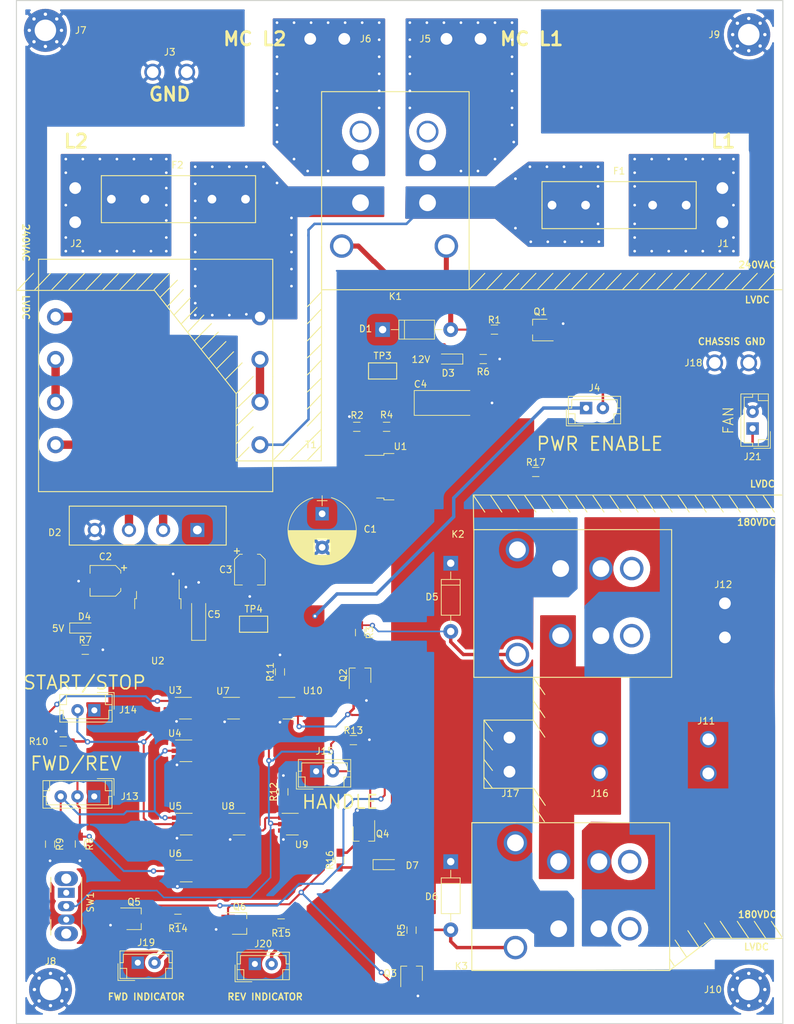
<source format=kicad_pcb>
(kicad_pcb (version 20171130) (host pcbnew "(5.1.0)-1")
  (layers (0 F.Cu signal) (31 B.Cu signal) (34 B.Paste user) (35 F.Paste user) (36 B.SilkS user) (37 F.SilkS user) (38 B.Mask user) (39 F.Mask user) (44 Edge.Cuts user))
  (net 0 "")
  (net 1 GND)
  (net 2 "Net-(C1-Pad1)")
  (net 3 +12V)
  (net 4 "Net-(D1-Pad2)")
  (net 5 "Net-(D3-Pad1)")
  (net 6 "Net-(D4-Pad1)")
  (net 7 "Net-(Q1-Pad3)")
  (net 8 POWER_ENABLE)
  (net 9 "Net-(R2-Pad1)")
  (net 10 "Net-(D2-Pad2)")
  (net 11 "Net-(F2-Pad1)")
  (net 12 "Net-(J6-Pad1)")
  (net 13 "Net-(K1-Pad2)")
  (net 14 "Net-(K1-Pad1)")
  (net 15 "Net-(J5-Pad1)")
  (net 16 "Net-(F1-Pad1)")
  (net 17 "Net-(F1-Pad2)")
  (net 18 "Net-(F2-Pad2)")
  (net 19 "Net-(T1-Pad2)")
  (net 20 "Net-(T1-Pad6)")
  (net 21 "Net-(D5-Pad2)")
  (net 22 "Net-(D6-Pad2)")
  (net 23 "Net-(J11-Pad1)")
  (net 24 "Net-(J12-Pad1)")
  (net 25 "Net-(K2-Pad1)")
  (net 26 "Net-(K2-Pad2)")
  (net 27 "Net-(K3-Pad2)")
  (net 28 "Net-(K3-Pad1)")
  (net 29 "Net-(Q2-Pad3)")
  (net 30 "Net-(Q3-Pad3)")
  (net 31 VCC)
  (net 32 "Net-(U3-Pad4)")
  (net 33 FWD_BUTTON)
  (net 34 REV_BUTTON)
  (net 35 START_STOP)
  (net 36 "Net-(U4-Pad4)")
  (net 37 "Net-(U5-Pad4)")
  (net 38 "Net-(U6-Pad4)")
  (net 39 "Net-(J16-Pad1)")
  (net 40 "Net-(J17-Pad1)")
  (net 41 "Net-(R11-Pad1)")
  (net 42 "Net-(R12-Pad1)")
  (net 43 HANDLE_SWITCH)
  (net 44 "Net-(D2-Pad4)")
  (net 45 "Net-(D7-Pad1)")
  (net 46 "Net-(Q4-Pad3)")
  (net 47 "Net-(J19-Pad2)")
  (net 48 "Net-(J20-Pad2)")
  (net 49 FW_EN_IND)
  (net 50 REV_EN_IND)
  (net 51 "Net-(Q5-Pad3)")
  (net 52 "Net-(Q6-Pad3)")
  (net 53 "Net-(SW1-Pad1)")
  (net 54 "Net-(J21-Pad1)")
  (module CustomFootrpints:FS16-150 (layer F.Cu) (at 112.522 91.567 90)
    (fp_text reference T1 (at 0 7.62 180) (layer F.SilkS))
    (fp_text value FS16-150)
    (pad 8 thru_hole circle (at 19.05 -30.48 90) (size 2.54 2.54) (drill 1.524) (layers *.Cu *.Mask) (net 10 "Net-(D2-Pad2)"))
    (pad 7 thru_hole circle (at 12.7 -30.48 90) (size 2.54 2.54) (drill 1.524) (layers *.Cu *.Mask) (net 20 "Net-(T1-Pad6)"))
    (pad 6 thru_hole circle (at 6.35 -30.48 90) (size 2.54 2.54) (drill 1.524) (layers *.Cu *.Mask) (net 20 "Net-(T1-Pad6)"))
    (pad 5 thru_hole circle (at 0 -30.48 90) (size 2.54 2.54) (drill 1.524) (layers *.Cu *.Mask) (net 44 "Net-(D2-Pad4)"))
    (pad 4 thru_hole circle (at 19.05 0 90) (size 2.54 2.54) (drill 1.524) (layers *.Cu *.Mask) (net 11 "Net-(F2-Pad1)"))
    (pad 3 thru_hole circle (at 12.7 0 90) (size 2.54 2.54) (drill 1.524) (layers *.Cu *.Mask) (net 19 "Net-(T1-Pad2)"))
    (pad 2 thru_hole circle (at 6.35 0 90) (size 2.54 2.54) (drill 1.524) (layers *.Cu *.Mask) (net 19 "Net-(T1-Pad2)"))
    (pad 1 thru_hole circle (at 0 0 90) (size 2.54 2.54) (drill 1.524) (layers *.Cu *.Mask) (net 16 "Net-(F1-Pad1)"))
  )
  (module TO_SOT_Packages_SMD:SOT-23W_Handsoldering (layer F.Cu) (at 154.256 74.488 180)
    (fp_text reference Q1 (at -0.049 2.733) (layer F.SilkS))
    (fp_text value Q_NMOS_GSD)
    (pad 1 smd rect (at -1.7 -0.95 180) (size 2 0.7) (layers F.Cu F.Paste F.Mask) (net 8 POWER_ENABLE))
    (pad 2 smd rect (at -1.7 0.95 180) (size 2 0.7) (layers F.Cu F.Paste F.Mask) (net 1 GND))
    (pad 3 smd rect (at 1.7 0 180) (size 2 0.7) (layers F.Cu F.Paste F.Mask) (net 7 "Net-(Q1-Pad3)"))
  )
  (module Capacitors_THT:CP_Radial_D10.0mm_P5.00mm (layer F.Cu) (at 121.793 101.854 270)
    (fp_text reference C1 (at 2.286 -7.1755) (layer F.SilkS))
    (fp_text value 1000uF)
    (pad 1 thru_hole rect (at 0 0 270) (size 2 2) (drill 1) (layers *.Cu *.Mask) (net 2 "Net-(C1-Pad1)"))
    (pad 2 thru_hole circle (at 5 0 270) (size 2 2) (drill 1) (layers *.Cu *.Mask) (net 1 GND))
  )
  (module Capacitors_SMD:CP_Elec_4x4.5 (layer F.Cu) (at 89.4715 111.8235 180)
    (fp_text reference C2 (at 0 3.58) (layer F.SilkS))
    (fp_text value 10uF)
    (fp_text user + (at -2.78 1.99) (layer F.SilkS))
    (fp_text user + (at -2.78 1.99) (layer F.SilkS))
    (pad 1 smd rect (at -1.8 0) (size 2.6 1.6) (layers F.Cu F.Paste F.Mask) (net 2 "Net-(C1-Pad1)"))
    (pad 2 smd rect (at 1.8 0) (size 2.6 1.6) (layers F.Cu F.Paste F.Mask) (net 1 GND))
  )
  (module Capacitors_SMD:CP_Elec_4x4.5 (layer F.Cu) (at 110.998 110.1725 270)
    (fp_text reference C3 (at 0 3.58 180) (layer F.SilkS))
    (fp_text value 10uF)
    (fp_text user + (at -2.78 1.99 90) (layer F.SilkS))
    (fp_text user + (at -2.78 1.99 90) (layer F.SilkS))
    (pad 1 smd rect (at -1.8 0 90) (size 2.6 1.6) (layers F.Cu F.Paste F.Mask) (net 2 "Net-(C1-Pad1)"))
    (pad 2 smd rect (at 1.8 0 90) (size 2.6 1.6) (layers F.Cu F.Paste F.Mask) (net 1 GND))
  )
  (module Capacitors_Tantalum_SMD:CP_Tantalum_Case-A_EIA-3216-18_Hand (layer F.Cu) (at 103.378 116.808 90)
    (fp_text reference C5 (at -0.032 2.286 180) (layer F.SilkS))
    (fp_text value 4.7uF)
    (pad 1 smd rect (at -2 0 90) (size 3.2 1.5) (layers F.Cu F.Paste F.Mask) (net 31 VCC))
    (pad 2 smd rect (at 2 0 90) (size 3.2 1.5) (layers F.Cu F.Paste F.Mask) (net 1 GND))
  )
  (module Diodes_THT:D_DO-41_SOD81_P10.16mm_Horizontal (layer F.Cu) (at 130.81 74.422)
    (fp_text reference D1 (at -2.54 -0.127) (layer F.SilkS))
    (fp_text value D)
    (pad 1 thru_hole rect (at 0 0) (size 2.2 2.2) (drill 1.1) (layers *.Cu *.Mask) (net 3 +12V))
    (pad 2 thru_hole oval (at 10.16 0) (size 2.2 2.2) (drill 1.1) (layers *.Cu *.Mask) (net 4 "Net-(D1-Pad2)"))
  )
  (module LEDs:LED_0805_HandSoldering (layer F.Cu) (at 140.5725 78.8035 180)
    (fp_text reference D3 (at -0.0165 -2.0955 180) (layer F.SilkS))
    (fp_text value LED)
    (pad 1 smd rect (at -1.35 0 180) (size 1.5 1.3) (layers F.Cu F.Paste F.Mask) (net 5 "Net-(D3-Pad1)"))
    (pad 2 smd rect (at 1.35 0 180) (size 1.5 1.3) (layers F.Cu F.Paste F.Mask) (net 3 +12V))
  )
  (module LEDs:LED_0805_HandSoldering (layer F.Cu) (at 86.3435 118.872)
    (fp_text reference D4 (at 0 -1.7) (layer F.SilkS))
    (fp_text value LED)
    (pad 1 smd rect (at -1.35 0) (size 1.5 1.3) (layers F.Cu F.Paste F.Mask) (net 6 "Net-(D4-Pad1)"))
    (pad 2 smd rect (at 1.35 0) (size 1.5 1.3) (layers F.Cu F.Paste F.Mask) (net 31 VCC))
  )
  (module Resistors_SMD:R_0603_HandSoldering (layer F.Cu) (at 147.49 74.422)
    (fp_text reference R1 (at 0 -1.45) (layer F.SilkS))
    (fp_text value 0R)
    (pad 1 smd rect (at -1.1 0) (size 1.2 0.9) (layers F.Cu F.Paste F.Mask) (net 4 "Net-(D1-Pad2)"))
    (pad 2 smd rect (at 1.1 0) (size 1.2 0.9) (layers F.Cu F.Paste F.Mask) (net 7 "Net-(Q1-Pad3)"))
  )
  (module Resistors_SMD:R_0603_HandSoldering (layer F.Cu) (at 126.957 88.9 180)
    (fp_text reference R2 (at -0.043 1.7145 180) (layer F.SilkS))
    (fp_text value 8K6)
    (pad 1 smd rect (at -1.1 0 180) (size 1.2 0.9) (layers F.Cu F.Paste F.Mask) (net 9 "Net-(R2-Pad1)"))
    (pad 2 smd rect (at 1.1 0 180) (size 1.2 0.9) (layers F.Cu F.Paste F.Mask) (net 1 GND))
  )
  (module Resistors_SMD:R_0603_HandSoldering (layer F.Cu) (at 131.402 88.9 180)
    (fp_text reference R4 (at 0 1.778 180) (layer F.SilkS))
    (fp_text value 1K)
    (pad 1 smd rect (at -1.1 0 180) (size 1.2 0.9) (layers F.Cu F.Paste F.Mask) (net 3 +12V))
    (pad 2 smd rect (at 1.1 0 180) (size 1.2 0.9) (layers F.Cu F.Paste F.Mask) (net 9 "Net-(R2-Pad1)"))
  )
  (module Resistors_SMD:R_0603_HandSoldering (layer F.Cu) (at 145.8165 78.8035)
    (fp_text reference R6 (at 0 1.905) (layer F.SilkS))
    (fp_text value 400R)
    (pad 1 smd rect (at -1.1 0) (size 1.2 0.9) (layers F.Cu F.Paste F.Mask) (net 5 "Net-(D3-Pad1)"))
    (pad 2 smd rect (at 1.1 0) (size 1.2 0.9) (layers F.Cu F.Paste F.Mask) (net 1 GND))
  )
  (module Resistors_SMD:R_0603_HandSoldering (layer F.Cu) (at 86.4665 122.1105)
    (fp_text reference R7 (at 0 -1.45) (layer F.SilkS))
    (fp_text value 150R)
    (pad 1 smd rect (at -1.1 0) (size 1.2 0.9) (layers F.Cu F.Paste F.Mask) (net 6 "Net-(D4-Pad1)"))
    (pad 2 smd rect (at 1.1 0) (size 1.2 0.9) (layers F.Cu F.Paste F.Mask) (net 1 GND))
  )
  (module TO_SOT_Packages_SMD:TO-252-3_TabPin2 (layer F.Cu) (at 97.288 116.976 270)
    (fp_text reference U2 (at 6.7855 0.006) (layer F.SilkS))
    (fp_text value NCP1117-ADJ_SOT223)
    (pad 1 smd rect (at -4.2 -2.28 270) (size 2.2 1.2) (layers F.Cu F.Paste F.Mask) (net 1 GND))
    (pad 2 smd rect (at -4.2 0 270) (size 2.2 1.2) (layers F.Cu F.Paste F.Mask) (net 31 VCC))
    (pad 3 smd rect (at -4.2 2.28 270) (size 2.2 1.2) (layers F.Cu F.Paste F.Mask) (net 2 "Net-(C1-Pad1)"))
    (pad 2 smd rect (at 2.1 0 270) (size 6.4 5.8) (layers F.Cu F.Mask) (net 31 VCC))
    (pad 2 smd rect (at 3.775 1.525 270) (size 3.05 2.75) (layers F.Cu F.Paste) (net 31 VCC))
    (pad 2 smd rect (at 0.425 -1.525 270) (size 3.05 2.75) (layers F.Cu F.Paste) (net 31 VCC))
    (pad 2 smd rect (at 3.775 -1.525 270) (size 3.05 2.75) (layers F.Cu F.Paste) (net 31 VCC))
    (pad 2 smd rect (at 0.425 1.525 270) (size 3.05 2.75) (layers F.Cu F.Paste) (net 31 VCC))
  )
  (module CustomFootrpints:100056Z (layer F.Cu) (at 156.083 55.88)
    (fp_text reference F1 (at 10 -5.08) (layer F.SilkS))
    (fp_text value "15A 250VAC")
    (pad 2 thru_hole circle (at 15 0) (size 2 2) (drill 1.3) (layers *.Cu *.Mask) (net 17 "Net-(F1-Pad2)"))
    (pad 2 thru_hole circle (at 20 0) (size 2 2) (drill 1.3) (layers *.Cu *.Mask) (net 17 "Net-(F1-Pad2)"))
    (pad 1 thru_hole circle (at 5 0) (size 2 2) (drill 1.3) (layers *.Cu *.Mask) (net 16 "Net-(F1-Pad1)"))
    (pad 1 thru_hole circle (at 0 0) (size 2 2) (drill 1.3) (layers *.Cu *.Mask) (net 16 "Net-(F1-Pad1)"))
  )
  (module CustomFootrpints:100056Z (layer F.Cu) (at 110.363 54.991 180)
    (fp_text reference F2 (at 10.16 5.08 180) (layer F.SilkS))
    (fp_text value "15A 250VAC")
    (pad 2 thru_hole circle (at 15 0 180) (size 2 2) (drill 1.3) (layers *.Cu *.Mask) (net 18 "Net-(F2-Pad2)"))
    (pad 2 thru_hole circle (at 20 0 180) (size 2 2) (drill 1.3) (layers *.Cu *.Mask) (net 18 "Net-(F2-Pad2)"))
    (pad 1 thru_hole circle (at 5 0 180) (size 2 2) (drill 1.3) (layers *.Cu *.Mask) (net 11 "Net-(F2-Pad1)"))
    (pad 1 thru_hole circle (at 0 0 180) (size 2 2) (drill 1.3) (layers *.Cu *.Mask) (net 11 "Net-(F2-Pad1)"))
  )
  (module Diodes_THT:D_DO-41_SOD81_P10.16mm_Horizontal (layer F.Cu) (at 140.97 109.22 270)
    (fp_text reference D5 (at 5.0165 2.794) (layer F.SilkS))
    (fp_text value D)
    (pad 1 thru_hole rect (at 0 0 270) (size 2.2 2.2) (drill 1.1) (layers *.Cu *.Mask) (net 3 +12V))
    (pad 2 thru_hole oval (at 10.16 0 270) (size 2.2 2.2) (drill 1.1) (layers *.Cu *.Mask) (net 21 "Net-(D5-Pad2)"))
  )
  (module Diodes_THT:D_DO-41_SOD81_P10.16mm_Horizontal (layer F.Cu) (at 140.97 153.67 270)
    (fp_text reference D6 (at 5.207 2.8575) (layer F.SilkS))
    (fp_text value D)
    (pad 1 thru_hole rect (at 0 0 270) (size 2.2 2.2) (drill 1.1) (layers *.Cu *.Mask) (net 3 +12V))
    (pad 2 thru_hole oval (at 10.16 0 270) (size 2.2 2.2) (drill 1.1) (layers *.Cu *.Mask) (net 22 "Net-(D6-Pad2)"))
  )
  (module CustomFootrpints:PT08-0 (layer F.Cu) (at 150.914999 107.215001 270)
    (fp_text reference K2 (at -2.313001 8.865499) (layer F.SilkS))
    (fp_text value LY2-0-DC12)
    (pad 5 thru_hole circle (at 12.8 -6.45 270) (size 3.5 3.5) (drill 2.5) (layers *.Cu B.Mask) (net 39 "Net-(J16-Pad1)"))
    (pad 3 thru_hole circle (at 12.8 -12.45 270) (size 3.5 3.5) (drill 2.5) (layers *.Cu B.Mask) (net 24 "Net-(J12-Pad1)"))
    (pad 1 thru_hole circle (at 12.8 -17.05 270) (size 3.5 3.5) (drill 2.5) (layers *.Cu B.Mask) (net 25 "Net-(K2-Pad1)"))
    (pad 2 thru_hole circle (at 2.8 -17.05 270) (size 3.5 3.5) (drill 2.5) (layers *.Cu B.Mask) (net 26 "Net-(K2-Pad2)"))
    (pad 4 thru_hole circle (at 2.8 -12.45 270) (size 3.5 3.5) (drill 2.5) (layers *.Cu B.Mask) (net 23 "Net-(J11-Pad1)"))
    (pad 6 thru_hole circle (at 2.8 -6.45 270) (size 3.5 3.5) (drill 2.5) (layers *.Cu B.Mask) (net 40 "Net-(J17-Pad1)"))
    (pad 7 thru_hole circle (at 15.6 0 270) (size 3.5 3.5) (drill 2.5) (layers *.Cu B.Mask) (net 21 "Net-(D5-Pad2)"))
    (pad 8 thru_hole circle (at 0 0 270) (size 3.5 3.5) (drill 2.5) (layers *.Cu *.Mask) (net 3 +12V))
  )
  (module CustomFootrpints:PT08-0 (layer F.Cu) (at 150.618 150.87 270)
    (fp_text reference K3 (at 18.3575 8.0605) (layer F.SilkS))
    (fp_text value LY2-0-DC12)
    (pad 5 thru_hole circle (at 12.8 -6.45 270) (size 3.5 3.5) (drill 2.5) (layers *.Cu B.Mask) (net 40 "Net-(J17-Pad1)"))
    (pad 3 thru_hole circle (at 12.8 -12.45 270) (size 3.5 3.5) (drill 2.5) (layers *.Cu B.Mask) (net 24 "Net-(J12-Pad1)"))
    (pad 1 thru_hole circle (at 12.8 -17.05 270) (size 3.5 3.5) (drill 2.5) (layers *.Cu B.Mask) (net 28 "Net-(K3-Pad1)"))
    (pad 2 thru_hole circle (at 2.8 -17.05 270) (size 3.5 3.5) (drill 2.5) (layers *.Cu B.Mask) (net 27 "Net-(K3-Pad2)"))
    (pad 4 thru_hole circle (at 2.8 -12.45 270) (size 3.5 3.5) (drill 2.5) (layers *.Cu B.Mask) (net 23 "Net-(J11-Pad1)"))
    (pad 6 thru_hole circle (at 2.8 -6.45 270) (size 3.5 3.5) (drill 2.5) (layers *.Cu B.Mask) (net 39 "Net-(J16-Pad1)"))
    (pad 7 thru_hole circle (at 15.6 0 270) (size 3.5 3.5) (drill 2.5) (layers *.Cu B.Mask) (net 22 "Net-(D6-Pad2)"))
    (pad 8 thru_hole circle (at 0 0 270) (size 3.5 3.5) (drill 2.5) (layers *.Cu *.Mask) (net 3 +12V))
  )
  (module TO_SOT_Packages_SMD:SOT-23W_Handsoldering (layer F.Cu) (at 127.4445 125.906 90)
    (fp_text reference Q2 (at 0 -2.5 90) (layer F.SilkS))
    (fp_text value Q_NMOS_GSD)
    (pad 1 smd rect (at -1.7 -0.95 90) (size 2 0.7) (layers F.Cu F.Paste F.Mask) (net 49 FW_EN_IND))
    (pad 2 smd rect (at -1.7 0.95 90) (size 2 0.7) (layers F.Cu F.Paste F.Mask) (net 1 GND))
    (pad 3 smd rect (at 1.7 0 90) (size 2 0.7) (layers F.Cu F.Paste F.Mask) (net 29 "Net-(Q2-Pad3)"))
  )
  (module TO_SOT_Packages_SMD:SOT-23W_Handsoldering (layer F.Cu) (at 135.128 170.307 90)
    (fp_text reference Q3 (at 0 -3.175 180) (layer F.SilkS))
    (fp_text value Q_NMOS_GSD)
    (pad 1 smd rect (at -1.7 -0.95 90) (size 2 0.7) (layers F.Cu F.Paste F.Mask) (net 50 REV_EN_IND))
    (pad 2 smd rect (at -1.7 0.95 90) (size 2 0.7) (layers F.Cu F.Paste F.Mask) (net 1 GND))
    (pad 3 smd rect (at 1.7 0 90) (size 2 0.7) (layers F.Cu F.Paste F.Mask) (net 30 "Net-(Q3-Pad3)"))
  )
  (module Resistors_SMD:R_0603_HandSoldering (layer F.Cu) (at 127.4445 119.55 270)
    (fp_text reference R3 (at 0 -1.45 270) (layer F.SilkS))
    (fp_text value 0R)
    (pad 1 smd rect (at -1.1 0 270) (size 1.2 0.9) (layers F.Cu F.Paste F.Mask) (net 21 "Net-(D5-Pad2)"))
    (pad 2 smd rect (at 1.1 0 270) (size 1.2 0.9) (layers F.Cu F.Paste F.Mask) (net 29 "Net-(Q2-Pad3)"))
  )
  (module Resistors_SMD:R_0603_HandSoldering (layer F.Cu) (at 135.128 163.873 270)
    (fp_text reference R5 (at 0.0205 1.524 270) (layer F.SilkS))
    (fp_text value 0R)
    (pad 1 smd rect (at -1.1 0 270) (size 1.2 0.9) (layers F.Cu F.Paste F.Mask) (net 22 "Net-(D6-Pad2)"))
    (pad 2 smd rect (at 1.1 0 270) (size 1.2 0.9) (layers F.Cu F.Paste F.Mask) (net 30 "Net-(Q3-Pad3)"))
  )
  (module TO_SOT_Packages_SMD:SOT-23-5_HandSoldering (layer F.Cu) (at 101.4095 130.81)
    (fp_text reference U3 (at -1.524 -2.667) (layer F.SilkS))
    (fp_text value 74LVC1G08)
    (pad 1 smd rect (at -1.35 -0.95) (size 1.56 0.65) (layers F.Cu F.Paste F.Mask) (net 33 FWD_BUTTON))
    (pad 2 smd rect (at -1.35 0) (size 1.56 0.65) (layers F.Cu F.Paste F.Mask) (net 35 START_STOP))
    (pad 3 smd rect (at -1.35 0.95) (size 1.56 0.65) (layers F.Cu F.Paste F.Mask) (net 1 GND))
    (pad 4 smd rect (at 1.35 0.95) (size 1.56 0.65) (layers F.Cu F.Paste F.Mask) (net 32 "Net-(U3-Pad4)"))
    (pad 5 smd rect (at 1.35 -0.95) (size 1.56 0.65) (layers F.Cu F.Paste F.Mask) (net 31 VCC))
  )
  (module Resistors_SMD:R_0603_HandSoldering (layer F.Cu) (at 85.6615 151.046 270)
    (fp_text reference R8 (at 0 -1.45 270) (layer F.SilkS))
    (fp_text value 4K7)
    (pad 1 smd rect (at -1.1 0 270) (size 1.2 0.9) (layers F.Cu F.Paste F.Mask) (net 33 FWD_BUTTON))
    (pad 2 smd rect (at 1.1 0 270) (size 1.2 0.9) (layers F.Cu F.Paste F.Mask) (net 1 GND))
  )
  (module Resistors_SMD:R_0603_HandSoldering (layer F.Cu) (at 81.2165 151.0665 270)
    (fp_text reference R9 (at 0 -1.45 270) (layer F.SilkS))
    (fp_text value 4K7)
    (pad 1 smd rect (at -1.1 0 270) (size 1.2 0.9) (layers F.Cu F.Paste F.Mask) (net 34 REV_BUTTON))
    (pad 2 smd rect (at 1.1 0 270) (size 1.2 0.9) (layers F.Cu F.Paste F.Mask) (net 1 GND))
  )
  (module Resistors_SMD:R_0603_HandSoldering (layer F.Cu) (at 83.185 135.763 180)
    (fp_text reference R10 (at 3.683 0 180) (layer F.SilkS))
    (fp_text value 4K7)
    (pad 1 smd rect (at -1.1 0 180) (size 1.2 0.9) (layers F.Cu F.Paste F.Mask) (net 35 START_STOP))
    (pad 2 smd rect (at 1.1 0 180) (size 1.2 0.9) (layers F.Cu F.Paste F.Mask) (net 1 GND))
  )
  (module Resistors_SMD:R_0603_HandSoldering (layer F.Cu) (at 115.5065 125.4125 90)
    (fp_text reference R11 (at 0 -1.45 90) (layer F.SilkS))
    (fp_text value 4K7)
    (pad 1 smd rect (at -1.1 0 90) (size 1.2 0.9) (layers F.Cu F.Paste F.Mask) (net 41 "Net-(R11-Pad1)"))
    (pad 2 smd rect (at 1.1 0 90) (size 1.2 0.9) (layers F.Cu F.Paste F.Mask) (net 1 GND))
  )
  (module Resistors_SMD:R_0603_HandSoldering (layer F.Cu) (at 116.0145 143.2765 90)
    (fp_text reference R12 (at 0 -1.45 90) (layer F.SilkS))
    (fp_text value 4K7)
    (pad 1 smd rect (at -1.1 0 90) (size 1.2 0.9) (layers F.Cu F.Paste F.Mask) (net 42 "Net-(R12-Pad1)"))
    (pad 2 smd rect (at 1.1 0 90) (size 1.2 0.9) (layers F.Cu F.Paste F.Mask) (net 1 GND))
  )
  (module Resistors_SMD:R_0603_HandSoldering (layer F.Cu) (at 126.449 135.5725)
    (fp_text reference R13 (at 0 -1.45) (layer F.SilkS))
    (fp_text value 4K7)
    (pad 1 smd rect (at -1.1 0) (size 1.2 0.9) (layers F.Cu F.Paste F.Mask) (net 43 HANDLE_SWITCH))
    (pad 2 smd rect (at 1.1 0) (size 1.2 0.9) (layers F.Cu F.Paste F.Mask) (net 1 GND))
  )
  (module TO_SOT_Packages_SMD:SOT-23-5_HandSoldering (layer F.Cu) (at 101.473 137.16)
    (fp_text reference U4 (at -1.651 -2.6035) (layer F.SilkS))
    (fp_text value 74AHC1G04)
    (pad 1 smd rect (at -1.35 -0.95) (size 1.56 0.65) (layers F.Cu F.Paste F.Mask))
    (pad 2 smd rect (at -1.35 0) (size 1.56 0.65) (layers F.Cu F.Paste F.Mask) (net 34 REV_BUTTON))
    (pad 3 smd rect (at -1.35 0.95) (size 1.56 0.65) (layers F.Cu F.Paste F.Mask) (net 1 GND))
    (pad 4 smd rect (at 1.35 0.95) (size 1.56 0.65) (layers F.Cu F.Paste F.Mask) (net 36 "Net-(U4-Pad4)"))
    (pad 5 smd rect (at 1.35 -0.95) (size 1.56 0.65) (layers F.Cu F.Paste F.Mask) (net 31 VCC))
  )
  (module TO_SOT_Packages_SMD:SOT-23-5_HandSoldering (layer F.Cu) (at 101.52 148.0795)
    (fp_text reference U5 (at -1.6345 -2.6645) (layer F.SilkS))
    (fp_text value 74LVC1G08)
    (pad 1 smd rect (at -1.35 -0.95) (size 1.56 0.65) (layers F.Cu F.Paste F.Mask) (net 34 REV_BUTTON))
    (pad 2 smd rect (at -1.35 0) (size 1.56 0.65) (layers F.Cu F.Paste F.Mask) (net 35 START_STOP))
    (pad 3 smd rect (at -1.35 0.95) (size 1.56 0.65) (layers F.Cu F.Paste F.Mask) (net 1 GND))
    (pad 4 smd rect (at 1.35 0.95) (size 1.56 0.65) (layers F.Cu F.Paste F.Mask) (net 37 "Net-(U5-Pad4)"))
    (pad 5 smd rect (at 1.35 -0.95) (size 1.56 0.65) (layers F.Cu F.Paste F.Mask) (net 31 VCC))
  )
  (module TO_SOT_Packages_SMD:SOT-23-5_HandSoldering (layer F.Cu) (at 101.52 155.0695)
    (fp_text reference U6 (at -1.6345 -2.606) (layer F.SilkS))
    (fp_text value 74AHC1G04)
    (pad 1 smd rect (at -1.35 -0.95) (size 1.56 0.65) (layers F.Cu F.Paste F.Mask))
    (pad 2 smd rect (at -1.35 0) (size 1.56 0.65) (layers F.Cu F.Paste F.Mask) (net 33 FWD_BUTTON))
    (pad 3 smd rect (at -1.35 0.95) (size 1.56 0.65) (layers F.Cu F.Paste F.Mask) (net 1 GND))
    (pad 4 smd rect (at 1.35 0.95) (size 1.56 0.65) (layers F.Cu F.Paste F.Mask) (net 38 "Net-(U6-Pad4)"))
    (pad 5 smd rect (at 1.35 -0.95) (size 1.56 0.65) (layers F.Cu F.Paste F.Mask) (net 31 VCC))
  )
  (module TO_SOT_Packages_SMD:SOT-23-5_HandSoldering (layer F.Cu) (at 108.585 130.81)
    (fp_text reference U7 (at -1.5875 -2.54) (layer F.SilkS))
    (fp_text value 74LVC1G08)
    (pad 1 smd rect (at -1.35 -0.95) (size 1.56 0.65) (layers F.Cu F.Paste F.Mask) (net 32 "Net-(U3-Pad4)"))
    (pad 2 smd rect (at -1.35 0) (size 1.56 0.65) (layers F.Cu F.Paste F.Mask) (net 36 "Net-(U4-Pad4)"))
    (pad 3 smd rect (at -1.35 0.95) (size 1.56 0.65) (layers F.Cu F.Paste F.Mask) (net 1 GND))
    (pad 4 smd rect (at 1.35 0.95) (size 1.56 0.65) (layers F.Cu F.Paste F.Mask) (net 41 "Net-(R11-Pad1)"))
    (pad 5 smd rect (at 1.35 -0.95) (size 1.56 0.65) (layers F.Cu F.Paste F.Mask) (net 31 VCC))
  )
  (module TO_SOT_Packages_SMD:SOT-23-5_HandSoldering (layer F.Cu) (at 109.4105 148.082)
    (fp_text reference U8 (at -1.651 -2.667) (layer F.SilkS))
    (fp_text value 74LVC1G08)
    (pad 1 smd rect (at -1.35 -0.95) (size 1.56 0.65) (layers F.Cu F.Paste F.Mask) (net 37 "Net-(U5-Pad4)"))
    (pad 2 smd rect (at -1.35 0) (size 1.56 0.65) (layers F.Cu F.Paste F.Mask) (net 38 "Net-(U6-Pad4)"))
    (pad 3 smd rect (at -1.35 0.95) (size 1.56 0.65) (layers F.Cu F.Paste F.Mask) (net 1 GND))
    (pad 4 smd rect (at 1.35 0.95) (size 1.56 0.65) (layers F.Cu F.Paste F.Mask) (net 42 "Net-(R12-Pad1)"))
    (pad 5 smd rect (at 1.35 -0.95) (size 1.56 0.65) (layers F.Cu F.Paste F.Mask) (net 31 VCC))
  )
  (module TO_SOT_Packages_SMD:SOT-23-5_HandSoldering (layer F.Cu) (at 117.348 148.082)
    (fp_text reference U9 (at 1.397 3.048) (layer F.SilkS))
    (fp_text value 74LVC1G08)
    (pad 1 smd rect (at -1.35 -0.95) (size 1.56 0.65) (layers F.Cu F.Paste F.Mask) (net 42 "Net-(R12-Pad1)"))
    (pad 2 smd rect (at -1.35 0) (size 1.56 0.65) (layers F.Cu F.Paste F.Mask) (net 43 HANDLE_SWITCH))
    (pad 3 smd rect (at -1.35 0.95) (size 1.56 0.65) (layers F.Cu F.Paste F.Mask) (net 1 GND))
    (pad 4 smd rect (at 1.35 0.95) (size 1.56 0.65) (layers F.Cu F.Paste F.Mask) (net 50 REV_EN_IND))
    (pad 5 smd rect (at 1.35 -0.95) (size 1.56 0.65) (layers F.Cu F.Paste F.Mask) (net 31 VCC))
  )
  (module TO_SOT_Packages_SMD:SOT-23-5_HandSoldering (layer F.Cu) (at 116.84 130.81)
    (fp_text reference U10 (at 3.556 -2.6035) (layer F.SilkS))
    (fp_text value 74LVC1G08)
    (pad 1 smd rect (at -1.35 -0.95) (size 1.56 0.65) (layers F.Cu F.Paste F.Mask) (net 41 "Net-(R11-Pad1)"))
    (pad 2 smd rect (at -1.35 0) (size 1.56 0.65) (layers F.Cu F.Paste F.Mask) (net 43 HANDLE_SWITCH))
    (pad 3 smd rect (at -1.35 0.95) (size 1.56 0.65) (layers F.Cu F.Paste F.Mask) (net 1 GND))
    (pad 4 smd rect (at 1.35 0.95) (size 1.56 0.65) (layers F.Cu F.Paste F.Mask) (net 49 FW_EN_IND))
    (pad 5 smd rect (at 1.35 -0.95) (size 1.56 0.65) (layers F.Cu F.Paste F.Mask) (net 31 VCC))
  )
  (module CustomFootrpints:0197054203 (layer F.Cu) (at 181.483 53.34 270)
    (fp_text reference J1 (at 8.255 -0.127) (layer F.SilkS))
    (fp_text value Conn_01x01)
    (pad 1 thru_hole circle (at 0 0 270) (size 2.5 2.5) (drill 1.75) (layers *.Cu *.Mask) (net 17 "Net-(F1-Pad2)"))
    (pad 1 thru_hole circle (at 5.08 0 270) (size 2.5 2.5) (drill 1.75) (layers *.Cu *.Mask) (net 17 "Net-(F1-Pad2)"))
  )
  (module CustomFootrpints:0197054203 (layer F.Cu) (at 84.963 58.42 90)
    (fp_text reference J2 (at -3.175 0.127 180) (layer F.SilkS))
    (fp_text value Conn_01x01)
    (pad 1 thru_hole circle (at 0 0 90) (size 2.5 2.5) (drill 1.75) (layers *.Cu *.Mask) (net 18 "Net-(F2-Pad2)"))
    (pad 1 thru_hole circle (at 5.08 0 90) (size 2.5 2.5) (drill 1.75) (layers *.Cu *.Mask) (net 18 "Net-(F2-Pad2)"))
  )
  (module CustomFootrpints:0197054203 (layer F.Cu) (at 125.095 31.115 180)
    (fp_text reference J6 (at -3.175 0 180) (layer F.SilkS))
    (fp_text value Conn_01x01)
    (pad 1 thru_hole circle (at 0 0 180) (size 2.5 2.5) (drill 1.75) (layers *.Cu *.Mask) (net 12 "Net-(J6-Pad1)"))
    (pad 1 thru_hole circle (at 5.08 0 180) (size 2.5 2.5) (drill 1.75) (layers *.Cu *.Mask) (net 12 "Net-(J6-Pad1)"))
  )
  (module CustomFootrpints:0197054203 (layer F.Cu) (at 145.415 31.115 180)
    (fp_text reference J5 (at 8.255 0 180) (layer F.SilkS))
    (fp_text value Conn_01x01)
    (pad 1 thru_hole circle (at 0 0 180) (size 2.5 2.5) (drill 1.75) (layers *.Cu *.Mask) (net 15 "Net-(J5-Pad1)"))
    (pad 1 thru_hole circle (at 5.08 0 180) (size 2.5 2.5) (drill 1.75) (layers *.Cu *.Mask) (net 15 "Net-(J5-Pad1)"))
  )
  (module CustomFootrpints:PT08-0 (layer F.Cu) (at 124.714 61.976)
    (fp_text reference K1 (at 8 7.5) (layer F.SilkS))
    (fp_text value LY2-0-DC12)
    (pad 8 thru_hole circle (at 0 0) (size 3.5 3.5) (drill 2.5) (layers *.Cu *.Mask) (net 3 +12V))
    (pad 7 thru_hole circle (at 15.6 0) (size 3.5 3.5) (drill 2.5) (layers *.Cu B.Mask) (net 4 "Net-(D1-Pad2)"))
    (pad 6 thru_hole circle (at 2.8 -6.45) (size 3.25 3.25) (drill 2.5) (layers *.Cu B.Mask) (net 11 "Net-(F2-Pad1)"))
    (pad 4 thru_hole circle (at 2.8 -12.45) (size 3.25 3.25) (drill 2.5) (layers *.Cu B.Mask) (net 12 "Net-(J6-Pad1)"))
    (pad 2 thru_hole circle (at 2.8 -17.05) (size 3.25 3.25) (drill 2.5) (layers *.Cu B.Mask) (net 13 "Net-(K1-Pad2)"))
    (pad 1 thru_hole circle (at 12.8 -17.05) (size 3.25 3.25) (drill 2.5) (layers *.Cu B.Mask) (net 14 "Net-(K1-Pad1)"))
    (pad 3 thru_hole circle (at 12.8 -12.45) (size 3.25 3.25) (drill 2.5) (layers *.Cu B.Mask) (net 15 "Net-(J5-Pad1)"))
    (pad 5 thru_hole circle (at 12.8 -6.45) (size 3.25 3.25) (drill 2.5) (layers *.Cu B.Mask) (net 16 "Net-(F1-Pad1)"))
  )
  (module CustomFootrpints:0197054203 (layer F.Cu) (at 96.52 36.068)
    (fp_text reference J3 (at 2.54 -2.9845) (layer F.SilkS))
    (fp_text value Conn_01x01)
    (pad 1 thru_hole circle (at 0 0) (size 2.5 2.5) (drill 1.75) (layers *.Cu *.Mask) (net 1 GND))
    (pad 1 thru_hole circle (at 5.08 0) (size 2.5 2.5) (drill 1.75) (layers *.Cu *.Mask) (net 1 GND))
  )
  (module Diodes_THT:Diode_Bridge_18.5x5.5 (layer F.Cu) (at 87.884 104.267 180)
    (fp_text reference D2 (at 5.969 -0.381 180) (layer F.SilkS))
    (fp_text value D_Bridge_-A+A)
    (pad 3 thru_hole rect (at -15.3 0 180) (size 2.1 2.1) (drill 1.3) (layers *.Cu *.Mask) (net 2 "Net-(C1-Pad1)"))
    (pad 2 thru_hole circle (at -10.2 0 180) (size 2.1 2.1) (drill 1.3) (layers *.Cu *.Mask) (net 10 "Net-(D2-Pad2)"))
    (pad 1 thru_hole circle (at 0 0 180) (size 2.1 2.1) (drill 1.3) (layers *.Cu *.Mask) (net 1 GND))
    (pad 4 thru_hole circle (at -5.1 0 180) (size 2.1 2.1) (drill 1.3) (layers *.Cu *.Mask) (net 44 "Net-(D2-Pad4)"))
  )
  (module CustomFootrpints:0197054203 (layer F.Cu) (at 179.3875 140.5255 90)
    (fp_text reference J11 (at 7.8105 -0.3175 180) (layer F.SilkS))
    (fp_text value Conn_01x01)
    (pad 1 thru_hole circle (at 0 0 90) (size 2.5 2.5) (drill 1.75) (layers *.Cu *.Mask) (net 23 "Net-(J11-Pad1)"))
    (pad 1 thru_hole circle (at 5.08 0 90) (size 2.5 2.5) (drill 1.75) (layers *.Cu *.Mask) (net 23 "Net-(J11-Pad1)"))
  )
  (module CustomFootrpints:0197054203 (layer F.Cu) (at 181.864 120.269 90)
    (fp_text reference J12 (at 7.874 -0.254 180) (layer F.SilkS))
    (fp_text value Conn_01x01)
    (pad 1 thru_hole circle (at 5.08 0 90) (size 2.5 2.5) (drill 1.75) (layers *.Cu *.Mask) (net 24 "Net-(J12-Pad1)"))
    (pad 1 thru_hole circle (at 0 0 90) (size 2.5 2.5) (drill 1.75) (layers *.Cu *.Mask) (net 24 "Net-(J12-Pad1)"))
  )
  (module CustomFootrpints:0197054203 (layer F.Cu) (at 163.195 140.462 90)
    (fp_text reference J16 (at -3.048 0 180) (layer F.SilkS))
    (fp_text value Conn_01x01)
    (pad 1 thru_hole circle (at 0 0 90) (size 2.5 2.5) (drill 1.75) (layers *.Cu *.Mask) (net 39 "Net-(J16-Pad1)"))
    (pad 1 thru_hole circle (at 5.08 0 90) (size 2.5 2.5) (drill 1.75) (layers *.Cu *.Mask) (net 39 "Net-(J16-Pad1)"))
  )
  (module CustomFootrpints:0197054203 (layer F.Cu) (at 149.733 140.2715 90)
    (fp_text reference J17 (at -3.2385 0.127 180) (layer F.SilkS))
    (fp_text value Conn_01x01)
    (pad 1 thru_hole circle (at 0 0 90) (size 2.5 2.5) (drill 1.75) (layers *.Cu *.Mask) (net 40 "Net-(J17-Pad1)"))
    (pad 1 thru_hole circle (at 5.08 0 90) (size 2.5 2.5) (drill 1.75) (layers *.Cu *.Mask) (net 40 "Net-(J17-Pad1)"))
  )
  (module Capacitors_Tantalum_SMD:CP_Tantalum_Case-C_EIA-6032-28_Hand (layer F.Cu) (at 140.8295 85.344)
    (fp_text reference C4 (at -4.368 -2.794) (layer F.SilkS))
    (fp_text value 4.7uF)
    (pad 2 smd rect (at 3.125 0) (size 3.75 2.5) (layers F.Cu F.Paste F.Mask) (net 1 GND))
    (pad 1 smd rect (at -3.125 0) (size 3.75 2.5) (layers F.Cu F.Paste F.Mask) (net 3 +12V))
  )
  (module TO_SOT_Packages_SMD:TO-252-3_TabPin2 (layer F.Cu) (at 133.477 96.3295)
    (fp_text reference U1 (at 0 -4.5) (layer F.SilkS))
    (fp_text value NCP1117-ADJ_SOT223)
    (pad 2 smd rect (at 0.425 1.525) (size 3.05 2.75) (layers F.Cu F.Paste) (net 3 +12V))
    (pad 2 smd rect (at 3.775 -1.525) (size 3.05 2.75) (layers F.Cu F.Paste) (net 3 +12V))
    (pad 2 smd rect (at 0.425 -1.525) (size 3.05 2.75) (layers F.Cu F.Paste) (net 3 +12V))
    (pad 2 smd rect (at 3.775 1.525) (size 3.05 2.75) (layers F.Cu F.Paste) (net 3 +12V))
    (pad 2 smd rect (at 2.1 0) (size 6.4 5.8) (layers F.Cu F.Mask) (net 3 +12V))
    (pad 3 smd rect (at -4.2 2.28) (size 2.2 1.2) (layers F.Cu F.Paste F.Mask) (net 2 "Net-(C1-Pad1)"))
    (pad 2 smd rect (at -4.2 0) (size 2.2 1.2) (layers F.Cu F.Paste F.Mask) (net 3 +12V))
    (pad 1 smd rect (at -4.2 -2.28) (size 2.2 1.2) (layers F.Cu F.Paste F.Mask) (net 9 "Net-(R2-Pad1)"))
  )
  (module Mounting_Holes:MountingHole_3.2mm_M3_Pad_Via (layer F.Cu) (at 80.518 29.845)
    (fp_text reference J7 (at 5.2705 0) (layer F.SilkS))
    (fp_text value Conn_01x01_Male)
    (pad 1 thru_hole circle (at 1.697056 -1.697056) (size 0.8 0.8) (drill 0.5) (layers *.Cu *.Mask) (net 1 GND))
    (pad 1 thru_hole circle (at 0 -2.4) (size 0.8 0.8) (drill 0.5) (layers *.Cu *.Mask) (net 1 GND))
    (pad 1 thru_hole circle (at -1.697056 -1.697056) (size 0.8 0.8) (drill 0.5) (layers *.Cu *.Mask) (net 1 GND))
    (pad 1 thru_hole circle (at -2.4 0) (size 0.8 0.8) (drill 0.5) (layers *.Cu *.Mask) (net 1 GND))
    (pad 1 thru_hole circle (at -1.697056 1.697056) (size 0.8 0.8) (drill 0.5) (layers *.Cu *.Mask) (net 1 GND))
    (pad 1 thru_hole circle (at 0 2.4) (size 0.8 0.8) (drill 0.5) (layers *.Cu *.Mask) (net 1 GND))
    (pad 1 thru_hole circle (at 1.697056 1.697056) (size 0.8 0.8) (drill 0.5) (layers *.Cu *.Mask) (net 1 GND))
    (pad 1 thru_hole circle (at 2.4 0) (size 0.8 0.8) (drill 0.5) (layers *.Cu *.Mask) (net 1 GND))
    (pad 1 thru_hole circle (at 0 0) (size 6.4 6.4) (drill 3.2) (layers *.Cu *.Mask) (net 1 GND))
  )
  (module Mounting_Holes:MountingHole_3.2mm_M3_Pad_Via (layer F.Cu) (at 81.28 172.72)
    (fp_text reference J8 (at 0 -4.2) (layer F.SilkS))
    (fp_text value Conn_01x01_Male)
    (pad 1 thru_hole circle (at 0 0) (size 6.4 6.4) (drill 3.2) (layers *.Cu *.Mask) (net 1 GND))
    (pad 1 thru_hole circle (at 2.4 0) (size 0.8 0.8) (drill 0.5) (layers *.Cu *.Mask) (net 1 GND))
    (pad 1 thru_hole circle (at 1.697056 1.697056) (size 0.8 0.8) (drill 0.5) (layers *.Cu *.Mask) (net 1 GND))
    (pad 1 thru_hole circle (at 0 2.4) (size 0.8 0.8) (drill 0.5) (layers *.Cu *.Mask) (net 1 GND))
    (pad 1 thru_hole circle (at -1.697056 1.697056) (size 0.8 0.8) (drill 0.5) (layers *.Cu *.Mask) (net 1 GND))
    (pad 1 thru_hole circle (at -2.4 0) (size 0.8 0.8) (drill 0.5) (layers *.Cu *.Mask) (net 1 GND))
    (pad 1 thru_hole circle (at -1.697056 -1.697056) (size 0.8 0.8) (drill 0.5) (layers *.Cu *.Mask) (net 1 GND))
    (pad 1 thru_hole circle (at 0 -2.4) (size 0.8 0.8) (drill 0.5) (layers *.Cu *.Mask) (net 1 GND))
    (pad 1 thru_hole circle (at 1.697056 -1.697056) (size 0.8 0.8) (drill 0.5) (layers *.Cu *.Mask) (net 1 GND))
  )
  (module Mounting_Holes:MountingHole_3.2mm_M3_Pad_Via (layer F.Cu) (at 185.42 30.48)
    (fp_text reference J9 (at -5.1435 0) (layer F.SilkS))
    (fp_text value Conn_01x01_Male)
    (pad 1 thru_hole circle (at 1.697056 -1.697056) (size 0.8 0.8) (drill 0.5) (layers *.Cu *.Mask) (net 1 GND))
    (pad 1 thru_hole circle (at 0 -2.4) (size 0.8 0.8) (drill 0.5) (layers *.Cu *.Mask) (net 1 GND))
    (pad 1 thru_hole circle (at -1.697056 -1.697056) (size 0.8 0.8) (drill 0.5) (layers *.Cu *.Mask) (net 1 GND))
    (pad 1 thru_hole circle (at -2.4 0) (size 0.8 0.8) (drill 0.5) (layers *.Cu *.Mask) (net 1 GND))
    (pad 1 thru_hole circle (at -1.697056 1.697056) (size 0.8 0.8) (drill 0.5) (layers *.Cu *.Mask) (net 1 GND))
    (pad 1 thru_hole circle (at 0 2.4) (size 0.8 0.8) (drill 0.5) (layers *.Cu *.Mask) (net 1 GND))
    (pad 1 thru_hole circle (at 1.697056 1.697056) (size 0.8 0.8) (drill 0.5) (layers *.Cu *.Mask) (net 1 GND))
    (pad 1 thru_hole circle (at 2.4 0) (size 0.8 0.8) (drill 0.5) (layers *.Cu *.Mask) (net 1 GND))
    (pad 1 thru_hole circle (at 0 0) (size 6.4 6.4) (drill 3.2) (layers *.Cu *.Mask) (net 1 GND))
  )
  (module Mounting_Holes:MountingHole_3.2mm_M3_Pad_Via (layer F.Cu) (at 185.42 172.72)
    (fp_text reference J10 (at -5.334 0) (layer F.SilkS))
    (fp_text value Conn_01x01_Male)
    (pad 1 thru_hole circle (at 0 0) (size 6.4 6.4) (drill 3.2) (layers *.Cu *.Mask) (net 1 GND))
    (pad 1 thru_hole circle (at 2.4 0) (size 0.8 0.8) (drill 0.5) (layers *.Cu *.Mask) (net 1 GND))
    (pad 1 thru_hole circle (at 1.697056 1.697056) (size 0.8 0.8) (drill 0.5) (layers *.Cu *.Mask) (net 1 GND))
    (pad 1 thru_hole circle (at 0 2.4) (size 0.8 0.8) (drill 0.5) (layers *.Cu *.Mask) (net 1 GND))
    (pad 1 thru_hole circle (at -1.697056 1.697056) (size 0.8 0.8) (drill 0.5) (layers *.Cu *.Mask) (net 1 GND))
    (pad 1 thru_hole circle (at -2.4 0) (size 0.8 0.8) (drill 0.5) (layers *.Cu *.Mask) (net 1 GND))
    (pad 1 thru_hole circle (at -1.697056 -1.697056) (size 0.8 0.8) (drill 0.5) (layers *.Cu *.Mask) (net 1 GND))
    (pad 1 thru_hole circle (at 0 -2.4) (size 0.8 0.8) (drill 0.5) (layers *.Cu *.Mask) (net 1 GND))
    (pad 1 thru_hole circle (at 1.697056 -1.697056) (size 0.8 0.8) (drill 0.5) (layers *.Cu *.Mask) (net 1 GND))
  )
  (module Connectors_JST:JST_EH_B02B-EH-A_02x2.50mm_Straight (layer F.Cu) (at 161.163 86.106)
    (fp_text reference J4 (at 1.25 -3) (layer F.SilkS))
    (fp_text value Conn_01x02_Male)
    (pad 2 thru_hole circle (at 2.5 0) (size 1.85 1.85) (drill 0.9) (layers *.Cu *.Mask) (net 8 POWER_ENABLE))
    (pad 1 thru_hole rect (at 0 0) (size 1.85 1.85) (drill 0.9) (layers *.Cu *.Mask) (net 31 VCC))
  )
  (module Connectors_JST:JST_EH_B02B-EH-A_02x2.50mm_Straight (layer F.Cu) (at 87.8205 131.1275 180)
    (fp_text reference J14 (at -5.0165 0.0635 180) (layer F.SilkS))
    (fp_text value Conn_01x02_Male)
    (pad 2 thru_hole circle (at 2.5 0 180) (size 1.85 1.85) (drill 0.9) (layers *.Cu *.Mask) (net 35 START_STOP))
    (pad 1 thru_hole rect (at 0 0 180) (size 1.85 1.85) (drill 0.9) (layers *.Cu *.Mask) (net 31 VCC))
  )
  (module Connectors_JST:JST_EH_B02B-EH-A_02x2.50mm_Straight (layer F.Cu) (at 120.904 140.208)
    (fp_text reference J15 (at 1.25 -3) (layer F.SilkS))
    (fp_text value Conn_01x02_Male)
    (pad 1 thru_hole rect (at 0 0) (size 1.85 1.85) (drill 0.9) (layers *.Cu *.Mask) (net 31 VCC))
    (pad 2 thru_hole circle (at 2.5 0) (size 1.85 1.85) (drill 0.9) (layers *.Cu *.Mask) (net 43 HANDLE_SWITCH))
  )
  (module Connectors_JST:JST_EH_B03B-EH-A_03x2.50mm_Straight (layer F.Cu) (at 87.804 143.9545 180)
    (fp_text reference J13 (at -5.287 0 180) (layer F.SilkS))
    (fp_text value Conn_01x03_Male)
    (pad 3 thru_hole circle (at 5 0 180) (size 1.85 1.85) (drill 0.9) (layers *.Cu *.Mask) (net 34 REV_BUTTON))
    (pad 2 thru_hole circle (at 2.5 0 180) (size 1.85 1.85) (drill 0.9) (layers *.Cu *.Mask) (net 33 FWD_BUTTON))
    (pad 1 thru_hole rect (at 0 0 180) (size 1.85 1.85) (drill 0.9) (layers *.Cu *.Mask) (net 31 VCC))
  )
  (module LEDs:LED_0805_HandSoldering (layer F.Cu) (at 131.5885 154.1145)
    (fp_text reference D7 (at 3.636 0.127) (layer F.SilkS))
    (fp_text value LED)
    (pad 2 smd rect (at 1.35 0) (size 1.5 1.3) (layers F.Cu F.Paste F.Mask) (net 3 +12V))
    (pad 1 smd rect (at -1.35 0) (size 1.5 1.3) (layers F.Cu F.Paste F.Mask) (net 45 "Net-(D7-Pad1)"))
  )
  (module TO_SOT_Packages_SMD:SOT-23W_Handsoldering (layer F.Cu) (at 128.016 149.5425 270)
    (fp_text reference Q4 (at 0 -2.794) (layer F.SilkS))
    (fp_text value Q_NMOS_GSD)
    (pad 3 smd rect (at 1.7 0 270) (size 2 0.7) (layers F.Cu F.Paste F.Mask) (net 46 "Net-(Q4-Pad3)"))
    (pad 2 smd rect (at -1.7 0.95 270) (size 2 0.7) (layers F.Cu F.Paste F.Mask) (net 1 GND))
    (pad 1 smd rect (at -1.7 -0.95 270) (size 2 0.7) (layers F.Cu F.Paste F.Mask) (net 43 HANDLE_SWITCH))
  )
  (module Resistors_SMD:R_0603_HandSoldering (layer F.Cu) (at 124.3965 153.4365 90)
    (fp_text reference R16 (at 0 -1.45 90) (layer F.SilkS))
    (fp_text value 4K7)
    (pad 2 smd rect (at 1.1 0 90) (size 1.2 0.9) (layers F.Cu F.Paste F.Mask) (net 46 "Net-(Q4-Pad3)"))
    (pad 1 smd rect (at -1.1 0 90) (size 1.2 0.9) (layers F.Cu F.Paste F.Mask) (net 45 "Net-(D7-Pad1)"))
  )
  (module CustomFootrpints:0197054203 (layer F.Cu) (at 180.34 79.375)
    (fp_text reference J18 (at -3.175 0) (layer F.SilkS))
    (fp_text value Conn_01x01_Male)
    (pad 1 thru_hole circle (at 0 0) (size 2.5 2.5) (drill 1.75) (layers *.Cu *.Mask) (net 1 GND))
    (pad 1 thru_hole circle (at 5.08 0) (size 2.5 2.5) (drill 1.75) (layers *.Cu *.Mask) (net 1 GND))
  )
  (module Connectors_JST:JST_EH_B02B-EH-A_02x2.50mm_Straight (layer F.Cu) (at 94.2975 168.7195)
    (fp_text reference J19 (at 1.25 -3) (layer F.SilkS))
    (fp_text value Conn_01x02_Male)
    (pad 2 thru_hole circle (at 2.5 0) (size 1.85 1.85) (drill 0.9) (layers *.Cu *.Mask) (net 47 "Net-(J19-Pad2)"))
    (pad 1 thru_hole rect (at 0 0) (size 1.85 1.85) (drill 0.9) (layers *.Cu *.Mask) (net 3 +12V))
  )
  (module Connectors_JST:JST_EH_B02B-EH-A_02x2.50mm_Straight (layer F.Cu) (at 111.76 168.91)
    (fp_text reference J20 (at 1.25 -3) (layer F.SilkS))
    (fp_text value Conn_01x02_Male)
    (pad 1 thru_hole rect (at 0 0) (size 1.85 1.85) (drill 0.9) (layers *.Cu *.Mask) (net 3 +12V))
    (pad 2 thru_hole circle (at 2.5 0) (size 1.85 1.85) (drill 0.9) (layers *.Cu *.Mask) (net 48 "Net-(J20-Pad2)"))
  )
  (module TO_SOT_Packages_SMD:SOT-23W_Handsoldering (layer F.Cu) (at 93.7405 162.179)
    (fp_text reference Q5 (at 0 -2.5) (layer F.SilkS))
    (fp_text value Q_NMOS_GSD)
    (pad 3 smd rect (at 1.7 0) (size 2 0.7) (layers F.Cu F.Paste F.Mask) (net 51 "Net-(Q5-Pad3)"))
    (pad 2 smd rect (at -1.7 0.95) (size 2 0.7) (layers F.Cu F.Paste F.Mask) (net 1 GND))
    (pad 1 smd rect (at -1.7 -0.95) (size 2 0.7) (layers F.Cu F.Paste F.Mask) (net 49 FW_EN_IND))
  )
  (module TO_SOT_Packages_SMD:SOT-23W_Handsoldering (layer F.Cu) (at 109.474 162.8775)
    (fp_text reference Q6 (at 0 -2.5) (layer F.SilkS))
    (fp_text value Q_NMOS_GSD)
    (pad 1 smd rect (at -1.7 -0.95) (size 2 0.7) (layers F.Cu F.Paste F.Mask) (net 50 REV_EN_IND))
    (pad 2 smd rect (at -1.7 0.95) (size 2 0.7) (layers F.Cu F.Paste F.Mask) (net 1 GND))
    (pad 3 smd rect (at 1.7 0) (size 2 0.7) (layers F.Cu F.Paste F.Mask) (net 52 "Net-(Q6-Pad3)"))
  )
  (module Resistors_SMD:R_0603_HandSoldering (layer F.Cu) (at 100.287 162.179 180)
    (fp_text reference R14 (at 0 -1.45 180) (layer F.SilkS))
    (fp_text value 4K7)
    (pad 1 smd rect (at -1.1 0 180) (size 1.2 0.9) (layers F.Cu F.Paste F.Mask) (net 47 "Net-(J19-Pad2)"))
    (pad 2 smd rect (at 1.1 0 180) (size 1.2 0.9) (layers F.Cu F.Paste F.Mask) (net 51 "Net-(Q5-Pad3)"))
  )
  (module Resistors_SMD:R_0603_HandSoldering (layer F.Cu) (at 115.6765 162.8775 180)
    (fp_text reference R15 (at 0 -1.45 180) (layer F.SilkS))
    (fp_text value 4K7)
    (pad 2 smd rect (at 1.1 0 180) (size 1.2 0.9) (layers F.Cu F.Paste F.Mask) (net 52 "Net-(Q6-Pad3)"))
    (pad 1 smd rect (at -1.1 0 180) (size 1.2 0.9) (layers F.Cu F.Paste F.Mask) (net 48 "Net-(J20-Pad2)"))
  )
  (module Measurement_Points:Test_Point_Keystone_5019_Minature (layer F.Cu) (at 130.81 80.5815)
    (fp_text reference TP3 (at 0 -2.25) (layer F.SilkS))
    (fp_text value TestPoint)
    (pad 1 smd rect (at 0 0) (size 3.8 2) (layers F.Cu F.Paste F.Mask) (net 3 +12V))
  )
  (module Measurement_Points:Test_Point_Keystone_5019_Minature (layer F.Cu) (at 111.5695 118.3005)
    (fp_text reference TP4 (at 0 -2.25) (layer F.SilkS))
    (fp_text value TestPoint)
    (pad 1 smd rect (at 0 0) (size 3.8 2) (layers F.Cu F.Paste F.Mask) (net 31 VCC))
  )
  (module Buttons_Switches_THT:SW_CuK_OS102011MA1QN1_SPDT_Angled (layer F.Cu) (at 83.6295 158.3055 270)
    (fp_text reference SW1 (at 1.4 -3.6 270) (layer F.SilkS))
    (fp_text value SW_Push_SPDT)
    (pad "" thru_hole oval (at 6.1 0 270) (size 2.2 3.5) (drill 1.5) (layers *.Cu *.Mask))
    (pad "" thru_hole oval (at -2.1 0 270) (size 2.2 3.5) (drill 1.5) (layers *.Cu *.Mask))
    (pad 3 thru_hole oval (at 4 0 270) (size 1.5 2.5) (drill 0.9) (layers *.Cu *.Mask) (net 31 VCC))
    (pad 2 thru_hole oval (at 2 0 270) (size 1.5 2.5) (drill 0.9) (layers *.Cu *.Mask) (net 43 HANDLE_SWITCH))
    (pad 1 thru_hole rect (at 0 0 270) (size 1.5 2.5) (drill 0.9) (layers *.Cu *.Mask) (net 53 "Net-(SW1-Pad1)"))
  )
  (module Connectors_JST:JST_EH_B02B-EH-A_02x2.50mm_Straight (layer F.Cu) (at 185.9915 89.154 90)
    (fp_text reference J21 (at -4.191 0 180) (layer F.SilkS))
    (fp_text value Conn_01x02_Male)
    (pad 2 thru_hole circle (at 2.5 0 90) (size 1.85 1.85) (drill 0.9) (layers *.Cu *.Mask) (net 1 GND))
    (pad 1 thru_hole rect (at 0 0 90) (size 1.85 1.85) (drill 0.9) (layers *.Cu *.Mask) (net 54 "Net-(J21-Pad1)"))
  )
  (module Resistors_SMD:R_0603_HandSoldering (layer F.Cu) (at 153.6495 95.631)
    (fp_text reference R17 (at 0 -1.45) (layer F.SilkS))
    (fp_text value 1K)
    (pad 2 smd rect (at 1.1 0) (size 1.2 0.9) (layers F.Cu F.Paste F.Mask) (net 54 "Net-(J21-Pad1)"))
    (pad 1 smd rect (at -1.1 0) (size 1.2 0.9) (layers F.Cu F.Paste F.Mask) (net 3 +12V))
  )
  (gr_text FAN (at 182.372 87.9475 90) (layer F.SilkS) (effects (font (size 1.5 1.5))))
  (gr_line (start 144.3355 99.06) (end 144.399 104.267) (layer F.SilkS) (width 0.15))
  (gr_line (start 173.609 168.148) (end 174.371 169.291) (layer F.SilkS) (width 0.15))
  (gr_line (start 174.4345 165.354) (end 176.149 167.894) (layer F.SilkS) (width 0.15))
  (gr_line (start 176.3395 163.957) (end 178.054 166.497) (layer F.SilkS) (width 0.15))
  (gr_line (start 145.923 141.097) (end 147.193 142.748) (layer F.SilkS) (width 0.15))
  (gr_line (start 145.923 138.43) (end 147.193 140.081) (layer F.SilkS) (width 0.15))
  (gr_line (start 145.923 135.382) (end 147.193 137.033) (layer F.SilkS) (width 0.15))
  (gr_line (start 145.923 132.588) (end 147.193 134.239) (layer F.SilkS) (width 0.15))
  (gr_line (start 146.05 132.588) (end 145.923 132.588) (layer F.SilkS) (width 0.15))
  (gr_line (start 153.289 142.748) (end 153.289 147.828) (layer F.SilkS) (width 0.15))
  (gr_line (start 145.923 142.748) (end 153.289 142.748) (layer F.SilkS) (width 0.15))
  (gr_line (start 145.923 132.588) (end 145.923 142.748) (layer F.SilkS) (width 0.15))
  (gr_line (start 153.289 132.588) (end 145.923 132.588) (layer F.SilkS) (width 0.15))
  (gr_line (start 153.289 126.238) (end 153.289 132.588) (layer F.SilkS) (width 0.15))
  (gr_text LVDC (at 186.69 69.977) (layer F.SilkS) (effects (font (size 1 1) (thickness 0.2))))
  (gr_text 180VDC (at 186.69 161.544) (layer F.SilkS) (effects (font (size 1 1) (thickness 0.2))))
  (gr_text 180VDC (at 186.563 103.124) (layer F.SilkS) (effects (font (size 1 1) (thickness 0.2))))
  (gr_text LVDC (at 186.563 166.37) (layer F.SilkS) (effects (font (size 1 1) (thickness 0.2))))
  (gr_text LVDC (at 187.452 97.409) (layer F.SilkS) (effects (font (size 1 1) (thickness 0.2))))
  (gr_line (start 178.816 162.814) (end 180.34 165.1) (layer F.SilkS) (width 0.15))
  (gr_line (start 181.1655 162.56) (end 182.88 165.1) (layer F.SilkS) (width 0.15))
  (gr_line (start 183.7055 162.56) (end 185.42 165.1) (layer F.SilkS) (width 0.15))
  (gr_line (start 186.2455 162.56) (end 187.96 165.1) (layer F.SilkS) (width 0.15))
  (gr_line (start 188.7855 162.56) (end 190.5 165.1) (layer F.SilkS) (width 0.15))
  (gr_line (start 153.2255 145.161) (end 154.94 147.701) (layer F.SilkS) (width 0.15))
  (gr_line (start 153.3525 142.748) (end 155.067 145.288) (layer F.SilkS) (width 0.15))
  (gr_line (start 153.289 132.588) (end 155.0035 135.128) (layer F.SilkS) (width 0.15))
  (gr_line (start 153.289 129.667) (end 155.0035 132.207) (layer F.SilkS) (width 0.15))
  (gr_line (start 153.289 126.238) (end 155.0035 128.778) (layer F.SilkS) (width 0.15))
  (gr_line (start 187.5155 99.06) (end 189.23 101.6) (layer F.SilkS) (width 0.15))
  (gr_line (start 184.9755 99.06) (end 186.69 101.6) (layer F.SilkS) (width 0.15))
  (gr_line (start 182.4355 99.06) (end 184.15 101.6) (layer F.SilkS) (width 0.15))
  (gr_line (start 179.8955 99.06) (end 181.61 101.6) (layer F.SilkS) (width 0.15))
  (gr_line (start 177.3555 99.06) (end 179.07 101.6) (layer F.SilkS) (width 0.15))
  (gr_line (start 174.8155 99.06) (end 176.53 101.6) (layer F.SilkS) (width 0.15))
  (gr_line (start 172.2755 99.06) (end 173.99 101.6) (layer F.SilkS) (width 0.15))
  (gr_line (start 169.7355 99.06) (end 171.45 101.6) (layer F.SilkS) (width 0.15))
  (gr_line (start 167.1955 99.06) (end 168.91 101.6) (layer F.SilkS) (width 0.15))
  (gr_line (start 164.6555 99.06) (end 166.37 101.6) (layer F.SilkS) (width 0.15))
  (gr_line (start 162.1155 99.06) (end 163.83 101.6) (layer F.SilkS) (width 0.15))
  (gr_line (start 159.5755 99.06) (end 161.29 101.6) (layer F.SilkS) (width 0.15))
  (gr_line (start 157.0355 99.06) (end 158.75 101.6) (layer F.SilkS) (width 0.15))
  (gr_line (start 154.4955 99.06) (end 156.21 101.6) (layer F.SilkS) (width 0.15))
  (gr_line (start 151.9555 99.06) (end 153.67 101.6) (layer F.SilkS) (width 0.15))
  (gr_line (start 149.4155 99.06) (end 151.13 101.6) (layer F.SilkS) (width 0.15))
  (gr_line (start 146.8755 99.06) (end 148.59 101.6) (layer F.SilkS) (width 0.15))
  (gr_line (start 144.3355 99.06) (end 146.05 101.6) (layer F.SilkS) (width 0.15))
  (gr_line (start 179.832 165.1) (end 190.5 165.1) (layer F.SilkS) (width 0.15))
  (gr_line (start 173.618 169.87) (end 179.832 165.1) (layer F.SilkS) (width 0.15))
  (gr_line (start 144.118 169.87) (end 173.618 169.87) (layer F.SilkS) (width 0.15))
  (gr_line (start 190.5 99.06) (end 144.3355 99.06) (layer F.SilkS) (width 0.15))
  (gr_text LVDC (at 77.597 71.12 270) (layer F.SilkS) (effects (font (size 1 1) (thickness 0.2))))
  (gr_line (start 117.044 93.876) (end 121.666 89.281) (layer F.SilkS) (width 0.15))
  (gr_line (start 114.504 93.876) (end 116.84 91.44) (layer F.SilkS) (width 0.15))
  (gr_line (start 108.966 93.853) (end 110.871 91.948) (layer F.SilkS) (width 0.15))
  (gr_line (start 108.966 91.44) (end 111.506 88.9) (layer F.SilkS) (width 0.15))
  (gr_line (start 108.966 88.796) (end 111.506 86.36) (layer F.SilkS) (width 0.15))
  (gr_line (start 108.966 86.233) (end 111.506 83.82) (layer F.SilkS) (width 0.15))
  (gr_line (start 108.966 83.947) (end 111.506 81.407) (layer F.SilkS) (width 0.15))
  (gr_line (start 119.584 93.876) (end 121.666 91.694) (layer F.SilkS) (width 0.15))
  (gr_line (start 119.584 88.796) (end 121.666 86.614) (layer F.SilkS) (width 0.15))
  (gr_line (start 119.584 86.256) (end 121.666 84.074) (layer F.SilkS) (width 0.15))
  (gr_line (start 119.584 83.716) (end 121.666 81.661) (layer F.SilkS) (width 0.15))
  (gr_line (start 119.584 81.176) (end 121.666 78.994) (layer F.SilkS) (width 0.15))
  (gr_line (start 119.584 78.636) (end 121.666 76.581) (layer F.SilkS) (width 0.15))
  (gr_line (start 119.584 76.096) (end 121.666 73.914) (layer F.SilkS) (width 0.15))
  (gr_line (start 119.584 73.556) (end 121.666 71.374) (layer F.SilkS) (width 0.15))
  (gr_line (start 119.584 71.016) (end 121.666 68.834) (layer F.SilkS) (width 0.15))
  (gr_line (start 107.315 81.915) (end 109.855 79.375) (layer F.SilkS) (width 0.15))
  (gr_line (start 106.045 80.264) (end 108.585 77.724) (layer F.SilkS) (width 0.15))
  (gr_line (start 104.902 78.74) (end 107.442 76.2) (layer F.SilkS) (width 0.15))
  (gr_line (start 103.759 77.343) (end 106.299 74.803) (layer F.SilkS) (width 0.15))
  (gr_line (start 102.743 76.073) (end 105.283 73.533) (layer F.SilkS) (width 0.15))
  (gr_line (start 101.727 74.803) (end 104.14 72.263) (layer F.SilkS) (width 0.15))
  (gr_line (start 100.788 73.556) (end 103.124 71.12) (layer F.SilkS) (width 0.15))
  (gr_line (start 99.695 72.263) (end 102.108 69.723) (layer F.SilkS) (width 0.15))
  (gr_line (start 98.679 70.993) (end 101.092 68.453) (layer F.SilkS) (width 0.15))
  (gr_line (start 97.663 69.596) (end 100.203 67.056) (layer F.SilkS) (width 0.15))
  (gr_line (start 96.724 68.476) (end 99.06 66.04) (layer F.SilkS) (width 0.15))
  (gr_line (start 94.184 68.476) (end 96.52 66.04) (layer F.SilkS) (width 0.15))
  (gr_line (start 91.644 68.476) (end 93.98 66.04) (layer F.SilkS) (width 0.15))
  (gr_line (start 89.104 68.476) (end 91.44 66.04) (layer F.SilkS) (width 0.15))
  (gr_line (start 86.564 68.476) (end 88.9 66.04) (layer F.SilkS) (width 0.15))
  (gr_line (start 84.024 68.476) (end 86.36 66.04) (layer F.SilkS) (width 0.15))
  (gr_line (start 81.484 68.476) (end 83.82 66.04) (layer F.SilkS) (width 0.15))
  (gr_line (start 78.944 68.476) (end 81.28 66.04) (layer F.SilkS) (width 0.15))
  (gr_line (start 76.404 68.476) (end 78.74 66.04) (layer F.SilkS) (width 0.15))
  (gr_line (start 186.894 68.476) (end 189.23 66.04) (layer F.SilkS) (width 0.15))
  (gr_line (start 184.354 68.476) (end 186.69 66.04) (layer F.SilkS) (width 0.15))
  (gr_line (start 181.814 68.476) (end 184.15 66.04) (layer F.SilkS) (width 0.15))
  (gr_line (start 179.274 68.476) (end 181.61 66.04) (layer F.SilkS) (width 0.15))
  (gr_line (start 176.734 68.476) (end 179.07 66.04) (layer F.SilkS) (width 0.15))
  (gr_line (start 174.194 68.476) (end 176.53 66.04) (layer F.SilkS) (width 0.15))
  (gr_line (start 171.654 68.476) (end 173.99 66.04) (layer F.SilkS) (width 0.15))
  (gr_line (start 169.114 68.476) (end 171.45 66.04) (layer F.SilkS) (width 0.15))
  (gr_line (start 166.574 68.476) (end 168.91 66.04) (layer F.SilkS) (width 0.15))
  (gr_line (start 164.034 68.476) (end 166.37 66.04) (layer F.SilkS) (width 0.15))
  (gr_line (start 161.494 68.476) (end 163.83 66.04) (layer F.SilkS) (width 0.15))
  (gr_line (start 158.954 68.476) (end 161.29 66.04) (layer F.SilkS) (width 0.15))
  (gr_line (start 156.414 68.476) (end 158.75 66.04) (layer F.SilkS) (width 0.15))
  (gr_line (start 153.874 68.476) (end 156.21 66.04) (layer F.SilkS) (width 0.15))
  (gr_line (start 151.334 68.476) (end 153.67 66.04) (layer F.SilkS) (width 0.15))
  (gr_line (start 148.794 68.476) (end 151.13 66.04) (layer F.SilkS) (width 0.15))
  (gr_line (start 146.254 68.476) (end 148.59 66.04) (layer F.SilkS) (width 0.15))
  (gr_line (start 143.714 68.476) (end 146.05 66.04) (layer F.SilkS) (width 0.15))
  (gr_text 240VAC (at 77.597 61.468 270) (layer F.SilkS) (effects (font (size 1 1) (thickness 0.2))))
  (gr_text 240VAC (at 186.69 64.77) (layer F.SilkS) (effects (font (size 1 1) (thickness 0.2))))
  (gr_line (start 121.714 68.476) (end 190.4746 68.4784) (layer F.SilkS) (width 0.15))
  (gr_line (start 121.666 93.98) (end 121.714 68.476) (layer F.SilkS) (width 0.15))
  (gr_line (start 108.966 93.98) (end 121.666 93.98) (layer F.SilkS) (width 0.15))
  (gr_line (start 108.966 83.947) (end 108.966 93.98) (layer F.SilkS) (width 0.15))
  (gr_line (start 96.774 68.58) (end 108.966 83.947) (layer F.SilkS) (width 0.15))
  (gr_line (start 76.2 68.58) (end 96.774 68.58) (layer F.SilkS) (width 0.15))
  (gr_text "FWD INDICATOR" (at 95.5675 173.7995) (layer F.SilkS) (effects (font (size 1 1) (thickness 0.2))))
  (gr_text "REV INDICATOR" (at 113.284 173.7995) (layer F.SilkS) (effects (font (size 1 1) (thickness 0.2))))
  (gr_text "CHASSIS GND" (at 182.88 76.2) (layer F.SilkS) (effects (font (size 1 1) (thickness 0.2))))
  (gr_text "MC L2" (at 111.76 31.115) (layer F.SilkS) (effects (font (size 2 2) (thickness 0.4))))
  (gr_text "MC L1" (at 153.035 31.115) (layer F.SilkS) (effects (font (size 2 2) (thickness 0.4))))
  (gr_text "PWR ENABLE" (at 163.195 91.44) (layer F.SilkS) (effects (font (size 2 2) (thickness 0.25))))
  (gr_text L2 (at 85.09 46.355) (layer F.SilkS) (effects (font (size 2 2) (thickness 0.4))))
  (gr_text L1 (at 181.61 46.355) (layer F.SilkS) (effects (font (size 2 2) (thickness 0.4))))
  (gr_text GND (at 99.06 39.37) (layer F.SilkS) (effects (font (size 2 2) (thickness 0.4))))
  (gr_text HANDLE (at 124.46 144.78) (layer F.SilkS) (effects (font (size 2 2) (thickness 0.25))))
  (gr_text FWD/REV (at 85.09 139.065) (layer F.SilkS) (effects (font (size 2 2) (thickness 0.25))))
  (gr_text START/STOP (at 86.36 127) (layer F.SilkS) (effects (font (size 2 2) (thickness 0.25))))
  (gr_text 5V (at 82.423 118.9355) (layer F.SilkS) (effects (font (size 1 1))))
  (gr_text 12V (at 136.525 78.867) (layer F.SilkS) (effects (font (size 1 1))))
  (gr_line (start 190.5 177.8) (end 190.5 25.4) (layer Edge.Cuts) (width 0.15))
  (gr_line (start 76.2 177.8) (end 190.5 177.8) (layer Edge.Cuts) (width 0.15))
  (gr_line (start 76.2 25.4) (end 76.2 177.8) (layer Edge.Cuts) (width 0.15))
  (gr_line (start 76.2 25.4) (end 190.5 25.4) (layer Edge.Cuts) (width 0.15))
  (via (at 125.857 87.376) (size 0.8) (drill 0.4) (layers F.Cu B.Cu) (net 1))
  (segment (start 125.857 88.9) (end 125.857 87.376) (width 0.508) (layer F.Cu) (net 1))
  (via (at 148.2725 78.8035) (size 0.8) (drill 0.4) (layers F.Cu B.Cu) (net 1))
  (segment (start 146.9165 78.8035) (end 148.2725 78.8035) (width 0.508) (layer F.Cu) (net 1))
  (via (at 85.471 111.887) (size 0.8) (drill 0.4) (layers F.Cu B.Cu) (net 1))
  (segment (start 87.6715 111.8235) (end 85.5345 111.8235) (width 0.508) (layer F.Cu) (net 1))
  (segment (start 85.5345 111.8235) (end 85.471 111.887) (width 0.508) (layer F.Cu) (net 1))
  (via (at 103.378 112.0775) (size 0.8) (drill 0.4) (layers F.Cu B.Cu) (net 1))
  (segment (start 103.378 114.808) (end 103.378 112.0775) (width 0.508) (layer F.Cu) (net 1))
  (via (at 101.473 112.776) (size 0.8) (drill 0.4) (layers F.Cu B.Cu) (net 1))
  (segment (start 99.568 112.776) (end 101.473 112.776) (width 0.508) (layer F.Cu) (net 1))
  (via (at 99.568 110.8075) (size 0.8) (drill 0.4) (layers F.Cu B.Cu) (net 1))
  (segment (start 99.568 112.776) (end 99.568 110.8075) (width 0.508) (layer F.Cu) (net 1))
  (via (at 157.734 73.533) (size 0.8) (drill 0.4) (layers F.Cu B.Cu) (net 1))
  (segment (start 155.956 73.538) (end 157.729 73.538) (width 0.381) (layer F.Cu) (net 1))
  (segment (start 157.729 73.538) (end 157.734 73.533) (width 0.381) (layer F.Cu) (net 1))
  (via (at 89.0905 122.1105) (size 0.8) (drill 0.4) (layers F.Cu B.Cu) (net 1))
  (segment (start 87.5665 122.1105) (end 89.0905 122.1105) (width 0.508) (layer F.Cu) (net 1))
  (via (at 108.077 150.368) (size 0.8) (drill 0.4) (layers F.Cu B.Cu) (net 1))
  (segment (start 108.0605 149.032) (end 108.0605 150.3515) (width 0.3048) (layer F.Cu) (net 1))
  (segment (start 108.0605 150.3515) (end 108.077 150.368) (width 0.3048) (layer F.Cu) (net 1))
  (via (at 100.1395 150.1775) (size 0.8) (drill 0.4) (layers F.Cu B.Cu) (net 1))
  (segment (start 100.17 149.0295) (end 100.17 150.147) (width 0.3048) (layer F.Cu) (net 1))
  (segment (start 100.17 150.147) (end 100.1395 150.1775) (width 0.3048) (layer F.Cu) (net 1))
  (segment (start 100.17 156.0195) (end 100.17 157.0685) (width 0.3048) (layer F.Cu) (net 1))
  (via (at 107.2515 132.842) (size 0.8) (drill 0.4) (layers F.Cu B.Cu) (net 1))
  (segment (start 107.235 131.76) (end 107.235 132.8255) (width 0.3048) (layer F.Cu) (net 1))
  (segment (start 107.235 132.8255) (end 107.2515 132.842) (width 0.3048) (layer F.Cu) (net 1))
  (via (at 100.076 132.7785) (size 0.8) (drill 0.4) (layers F.Cu B.Cu) (net 1))
  (segment (start 100.0595 131.76) (end 100.0595 132.762) (width 0.3048) (layer F.Cu) (net 1))
  (segment (start 100.0595 132.762) (end 100.076 132.7785) (width 0.3048) (layer F.Cu) (net 1))
  (via (at 100.1395 139.2555) (size 0.8) (drill 0.4) (layers F.Cu B.Cu) (net 1))
  (segment (start 100.123 138.11) (end 100.123 139.239) (width 0.3048) (layer F.Cu) (net 1))
  (segment (start 100.123 139.239) (end 100.1395 139.2555) (width 0.3048) (layer F.Cu) (net 1))
  (via (at 128.397 129.667) (size 0.8) (drill 0.4) (layers F.Cu B.Cu) (net 1))
  (segment (start 128.3945 127.606) (end 128.3945 129.6645) (width 0.381) (layer F.Cu) (net 1))
  (segment (start 128.3945 129.6645) (end 128.397 129.667) (width 0.381) (layer F.Cu) (net 1))
  (via (at 115.5065 132.9055) (size 0.8) (drill 0.4) (layers F.Cu B.Cu) (net 1))
  (segment (start 115.49 131.76) (end 115.49 132.889) (width 0.3048) (layer F.Cu) (net 1))
  (segment (start 115.49 132.889) (end 115.5065 132.9055) (width 0.3048) (layer F.Cu) (net 1))
  (via (at 100.203 157.353) (size 0.8) (drill 0.4) (layers F.Cu B.Cu) (net 1))
  (segment (start 100.17 157.0685) (end 100.17 157.32) (width 0.3048) (layer F.Cu) (net 1))
  (segment (start 100.17 157.32) (end 100.203 157.353) (width 0.3048) (layer F.Cu) (net 1))
  (via (at 116.0145 150.368) (size 0.8) (drill 0.4) (layers F.Cu B.Cu) (net 1))
  (segment (start 115.998 149.032) (end 115.998 150.3515) (width 0.3048) (layer F.Cu) (net 1))
  (segment (start 115.998 150.3515) (end 116.0145 150.368) (width 0.3048) (layer F.Cu) (net 1))
  (via (at 136.0805 173.6725) (size 0.8) (drill 0.4) (layers F.Cu B.Cu) (net 1))
  (segment (start 136.078 172.007) (end 136.078 173.67) (width 0.3048) (layer F.Cu) (net 1))
  (segment (start 136.078 173.67) (end 136.0805 173.6725) (width 0.3048) (layer F.Cu) (net 1))
  (via (at 115.5065 122.8725) (size 0.8) (drill 0.4) (layers F.Cu B.Cu) (net 1))
  (segment (start 115.5065 124.3125) (end 115.5065 122.8725) (width 0.3048) (layer F.Cu) (net 1))
  (via (at 116.0145 140.843) (size 0.8) (drill 0.4) (layers F.Cu B.Cu) (net 1))
  (segment (start 116.0145 142.1765) (end 116.0145 140.843) (width 0.3048) (layer F.Cu) (net 1))
  (via (at 128.8415 135.509) (size 0.8) (drill 0.4) (layers F.Cu B.Cu) (net 1))
  (segment (start 127.549 135.5725) (end 128.778 135.5725) (width 0.3048) (layer F.Cu) (net 1))
  (segment (start 128.778 135.5725) (end 128.8415 135.509) (width 0.3048) (layer F.Cu) (net 1))
  (via (at 81.2165 153.543) (size 0.8) (drill 0.4) (layers F.Cu B.Cu) (net 1))
  (segment (start 81.2165 152.1665) (end 81.2165 153.543) (width 0.3048) (layer F.Cu) (net 1))
  (via (at 85.6615 153.543) (size 0.8) (drill 0.4) (layers F.Cu B.Cu) (net 1))
  (segment (start 85.6615 152.146) (end 85.6615 153.543) (width 0.3048) (layer F.Cu) (net 1))
  (via (at 127.0635 146.05) (size 0.8) (drill 0.4) (layers F.Cu B.Cu) (net 1))
  (segment (start 127.066 147.8425) (end 127.066 146.0525) (width 0.3048) (layer F.Cu) (net 1))
  (segment (start 127.066 146.0525) (end 127.0635 146.05) (width 0.3048) (layer F.Cu) (net 1))
  (via (at 147.1295 85.344) (size 0.8) (drill 0.4) (layers F.Cu B.Cu) (net 1))
  (segment (start 143.9545 85.344) (end 147.1295 85.344) (width 0.508) (layer F.Cu) (net 1))
  (via (at 110.998 114.173) (size 0.8) (drill 0.4) (layers F.Cu B.Cu) (net 1))
  (segment (start 110.998 111.9725) (end 110.998 114.173) (width 0.381) (layer F.Cu) (net 1))
  (segment (start 82.085 135.763) (end 82.085 134.2595) (width 0.381) (layer F.Cu) (net 1))
  (via (at 82.085 134.2595) (size 0.8) (drill 0.4) (layers F.Cu B.Cu) (net 1))
  (via (at 90.2335 163.1315) (size 0.8) (drill 0.4) (layers F.Cu B.Cu) (net 1))
  (segment (start 92.0405 163.129) (end 90.236 163.129) (width 0.508) (layer F.Cu) (net 1))
  (segment (start 90.236 163.129) (end 90.2335 163.1315) (width 0.508) (layer F.Cu) (net 1))
  (via (at 105.9815 163.7665) (size 0.8) (drill 0.4) (layers F.Cu B.Cu) (net 1))
  (segment (start 107.774 163.8275) (end 106.0425 163.8275) (width 0.508) (layer F.Cu) (net 1))
  (segment (start 106.0425 163.8275) (end 105.9815 163.7665) (width 0.508) (layer F.Cu) (net 1))
  (segment (start 127.188873 61.976) (end 129.474873 64.262) (width 0.75) (layer F.Cu) (net 3))
  (segment (start 124.714 61.976) (end 127.188873 61.976) (width 0.75) (layer F.Cu) (net 3))
  (segment (start 129.474873 64.262) (end 129.54 64.262) (width 0.75) (layer F.Cu) (net 3))
  (segment (start 129.54 64.262) (end 132.08 66.802) (width 0.75) (layer F.Cu) (net 3))
  (segment (start 132.08 66.802) (end 132.08 71.12) (width 0.75) (layer F.Cu) (net 3))
  (segment (start 140.314 61.976) (end 140.314 70.21) (width 0.75) (layer F.Cu) (net 4))
  (segment (start 140.97 70.866) (end 140.97 74.422) (width 0.75) (layer F.Cu) (net 4))
  (segment (start 140.314 70.21) (end 140.97 70.866) (width 0.75) (layer F.Cu) (net 4))
  (segment (start 146.39 74.422) (end 140.97 74.422) (width 0.3048) (layer F.Cu) (net 4))
  (segment (start 141.9225 78.8035) (end 144.7165 78.8035) (width 0.3048) (layer F.Cu) (net 5))
  (segment (start 84.9935 118.872) (end 84.9935 120.1725) (width 0.3048) (layer F.Cu) (net 6))
  (segment (start 85.3665 120.5455) (end 85.3665 122.1105) (width 0.3048) (layer F.Cu) (net 6))
  (segment (start 84.9935 120.1725) (end 85.3665 120.5455) (width 0.3048) (layer F.Cu) (net 6))
  (segment (start 148.656 74.488) (end 148.59 74.422) (width 0.3048) (layer F.Cu) (net 7))
  (segment (start 152.556 74.488) (end 148.656 74.488) (width 0.3048) (layer F.Cu) (net 7))
  (segment (start 163.663 79.3985) (end 163.663 86.106) (width 0.381) (layer F.Cu) (net 8))
  (segment (start 155.956 75.438) (end 159.7025 75.438) (width 0.381) (layer F.Cu) (net 8))
  (segment (start 159.7025 75.438) (end 163.663 79.3985) (width 0.381) (layer F.Cu) (net 8))
  (segment (start 98.084 85.003) (end 98.084 104.267) (width 1.25) (layer F.Cu) (net 10))
  (segment (start 82.042 72.517) (end 85.598 72.517) (width 1.25) (layer F.Cu) (net 10))
  (segment (start 85.598 72.517) (end 98.084 85.003) (width 1.25) (layer F.Cu) (net 10))
  (via (at 102.87 50.165) (size 0.8) (drill 0.4) (layers F.Cu B.Cu) (net 11))
  (via (at 105.41 50.165) (size 0.8) (drill 0.4) (layers F.Cu B.Cu) (net 11))
  (via (at 107.95 50.165) (size 0.8) (drill 0.4) (layers F.Cu B.Cu) (net 11))
  (via (at 110.49 50.165) (size 0.8) (drill 0.4) (layers F.Cu B.Cu) (net 11))
  (via (at 113.03 50.165) (size 0.8) (drill 0.4) (layers F.Cu B.Cu) (net 11))
  (via (at 102.87 52.705) (size 0.8) (drill 0.4) (layers F.Cu B.Cu) (net 11))
  (via (at 102.87 55.245) (size 0.8) (drill 0.4) (layers F.Cu B.Cu) (net 11))
  (via (at 102.87 57.785) (size 0.8) (drill 0.4) (layers F.Cu B.Cu) (net 11))
  (via (at 102.87 60.325) (size 0.8) (drill 0.4) (layers F.Cu B.Cu) (net 11))
  (via (at 102.87 62.865) (size 0.8) (drill 0.4) (layers F.Cu B.Cu) (net 11))
  (via (at 102.87 65.405) (size 0.8) (drill 0.4) (layers F.Cu B.Cu) (net 11))
  (via (at 102.87 67.945) (size 0.8) (drill 0.4) (layers F.Cu B.Cu) (net 11))
  (via (at 102.87 70.485) (size 0.8) (drill 0.4) (layers F.Cu B.Cu) (net 11))
  (via (at 102.87 72.263) (size 0.8) (drill 0.4) (layers F.Cu B.Cu) (net 11))
  (via (at 117.221 57.785) (size 0.8) (drill 0.4) (layers F.Cu B.Cu) (net 11))
  (via (at 117.221 60.325) (size 0.8) (drill 0.4) (layers F.Cu B.Cu) (net 11))
  (via (at 117.221 62.865) (size 0.8) (drill 0.4) (layers F.Cu B.Cu) (net 11))
  (via (at 117.221 65.405) (size 0.8) (drill 0.4) (layers F.Cu B.Cu) (net 11))
  (via (at 117.221 67.945) (size 0.8) (drill 0.4) (layers F.Cu B.Cu) (net 11))
  (via (at 105.41 72.263) (size 0.8) (drill 0.4) (layers F.Cu B.Cu) (net 11))
  (via (at 107.95 72.263) (size 0.8) (drill 0.4) (layers F.Cu B.Cu) (net 11))
  (via (at 110.49 72.136) (size 0.8) (drill 0.4) (layers F.Cu B.Cu) (net 11))
  (via (at 115.062 52.578) (size 0.8) (drill 0.4) (layers F.Cu B.Cu) (net 11))
  (via (at 115.062 28.702) (size 0.8) (drill 0.4) (layers F.Cu B.Cu) (net 12))
  (via (at 117.602 28.702) (size 0.8) (drill 0.4) (layers F.Cu B.Cu) (net 12))
  (via (at 120.142 28.702) (size 0.8) (drill 0.4) (layers F.Cu B.Cu) (net 12))
  (via (at 122.682 28.702) (size 0.8) (drill 0.4) (layers F.Cu B.Cu) (net 12))
  (via (at 125.222 28.702) (size 0.8) (drill 0.4) (layers F.Cu B.Cu) (net 12))
  (via (at 127.762 28.702) (size 0.8) (drill 0.4) (layers F.Cu B.Cu) (net 12))
  (via (at 130.302 28.702) (size 0.8) (drill 0.4) (layers F.Cu B.Cu) (net 12))
  (via (at 115.062 31.242) (size 0.8) (drill 0.4) (layers F.Cu B.Cu) (net 12))
  (via (at 115.062 33.782) (size 0.8) (drill 0.4) (layers F.Cu B.Cu) (net 12))
  (via (at 115.062 36.322) (size 0.8) (drill 0.4) (layers F.Cu B.Cu) (net 12))
  (via (at 115.062 38.862) (size 0.8) (drill 0.4) (layers F.Cu B.Cu) (net 12))
  (via (at 115.062 41.402) (size 0.8) (drill 0.4) (layers F.Cu B.Cu) (net 12))
  (via (at 115.062 43.942) (size 0.8) (drill 0.4) (layers F.Cu B.Cu) (net 12))
  (via (at 115.062 46.482) (size 0.8) (drill 0.4) (layers F.Cu B.Cu) (net 12))
  (via (at 130.302 31.242) (size 0.8) (drill 0.4) (layers F.Cu B.Cu) (net 12))
  (via (at 130.302 33.782) (size 0.8) (drill 0.4) (layers F.Cu B.Cu) (net 12))
  (via (at 130.302 36.322) (size 0.8) (drill 0.4) (layers F.Cu B.Cu) (net 12))
  (via (at 130.302 38.862) (size 0.8) (drill 0.4) (layers F.Cu B.Cu) (net 12))
  (via (at 130.302 41.402) (size 0.8) (drill 0.4) (layers F.Cu B.Cu) (net 12))
  (via (at 117.602 49.022) (size 0.8) (drill 0.4) (layers F.Cu B.Cu) (net 12))
  (via (at 119.634 50.8) (size 0.8) (drill 0.4) (layers F.Cu B.Cu) (net 12))
  (via (at 122.682 50.8) (size 0.8) (drill 0.4) (layers F.Cu B.Cu) (net 12))
  (via (at 134.874 28.702) (size 0.8) (drill 0.4) (layers F.Cu B.Cu) (net 15))
  (via (at 137.414 28.702) (size 0.8) (drill 0.4) (layers F.Cu B.Cu) (net 15))
  (via (at 139.954 28.702) (size 0.8) (drill 0.4) (layers F.Cu B.Cu) (net 15))
  (via (at 142.494 28.702) (size 0.8) (drill 0.4) (layers F.Cu B.Cu) (net 15))
  (via (at 145.034 28.702) (size 0.8) (drill 0.4) (layers F.Cu B.Cu) (net 15))
  (via (at 147.574 28.702) (size 0.8) (drill 0.4) (layers F.Cu B.Cu) (net 15))
  (via (at 150.114 28.702) (size 0.8) (drill 0.4) (layers F.Cu B.Cu) (net 15))
  (via (at 134.874 31.242) (size 0.8) (drill 0.4) (layers F.Cu B.Cu) (net 15))
  (via (at 150.114 31.242) (size 0.8) (drill 0.4) (layers F.Cu B.Cu) (net 15))
  (via (at 134.874 33.782) (size 0.8) (drill 0.4) (layers F.Cu B.Cu) (net 15))
  (via (at 150.114 33.782) (size 0.8) (drill 0.4) (layers F.Cu B.Cu) (net 15))
  (via (at 134.874 36.322) (size 0.8) (drill 0.4) (layers F.Cu B.Cu) (net 15))
  (via (at 150.114 36.322) (size 0.8) (drill 0.4) (layers F.Cu B.Cu) (net 15))
  (via (at 134.874 38.862) (size 0.8) (drill 0.4) (layers F.Cu B.Cu) (net 15))
  (via (at 150.114 38.862) (size 0.8) (drill 0.4) (layers F.Cu B.Cu) (net 15))
  (via (at 134.874 41.402) (size 0.8) (drill 0.4) (layers F.Cu B.Cu) (net 15))
  (via (at 150.114 41.402) (size 0.8) (drill 0.4) (layers F.Cu B.Cu) (net 15))
  (via (at 150.114 43.942) (size 0.8) (drill 0.4) (layers F.Cu B.Cu) (net 15))
  (via (at 150.368 46.482) (size 0.8) (drill 0.4) (layers F.Cu B.Cu) (net 15))
  (via (at 147.574 49.022) (size 0.8) (drill 0.4) (layers F.Cu B.Cu) (net 15))
  (via (at 145.034 50.8) (size 0.8) (drill 0.4) (layers F.Cu B.Cu) (net 15))
  (via (at 142.494 50.8) (size 0.8) (drill 0.4) (layers F.Cu B.Cu) (net 15))
  (via (at 152.781 50.165) (size 0.8) (drill 0.4) (layers F.Cu B.Cu) (net 16))
  (via (at 155.321 50.165) (size 0.8) (drill 0.4) (layers F.Cu B.Cu) (net 16))
  (via (at 157.861 50.165) (size 0.8) (drill 0.4) (layers F.Cu B.Cu) (net 16))
  (via (at 160.401 50.165) (size 0.8) (drill 0.4) (layers F.Cu B.Cu) (net 16))
  (via (at 162.941 50.165) (size 0.8) (drill 0.4) (layers F.Cu B.Cu) (net 16))
  (via (at 152.908 61.341) (size 0.8) (drill 0.4) (layers F.Cu B.Cu) (net 16))
  (via (at 155.448 61.341) (size 0.8) (drill 0.4) (layers F.Cu B.Cu) (net 16))
  (via (at 157.988 61.341) (size 0.8) (drill 0.4) (layers F.Cu B.Cu) (net 16))
  (via (at 160.528 61.341) (size 0.8) (drill 0.4) (layers F.Cu B.Cu) (net 16))
  (via (at 163.068 61.341) (size 0.8) (drill 0.4) (layers F.Cu B.Cu) (net 16))
  (via (at 162.941 53.086) (size 0.8) (drill 0.4) (layers F.Cu B.Cu) (net 16))
  (via (at 162.941 58.674) (size 0.8) (drill 0.4) (layers F.Cu B.Cu) (net 16))
  (via (at 150.622 51.943) (size 0.8) (drill 0.4) (layers F.Cu B.Cu) (net 16))
  (via (at 150.622 59.309) (size 0.8) (drill 0.4) (layers F.Cu B.Cu) (net 16))
  (segment (start 117.366051 90.17) (end 119.761 87.775051) (width 0.381) (layer B.Cu) (net 16))
  (segment (start 119.761 59.563) (end 119.761 60.452) (width 0.381) (layer B.Cu) (net 16))
  (segment (start 120.65 58.674) (end 119.761 59.563) (width 0.381) (layer B.Cu) (net 16))
  (segment (start 134.366 58.674) (end 120.65 58.674) (width 0.381) (layer B.Cu) (net 16))
  (segment (start 137.514 55.526) (end 134.366 58.674) (width 0.381) (layer B.Cu) (net 16))
  (segment (start 119.761 87.775051) (end 119.761 60.452) (width 0.381) (layer B.Cu) (net 16))
  (segment (start 119.761 60.452) (end 119.761 60.198) (width 0.381) (layer B.Cu) (net 16))
  (segment (start 117.366051 90.17) (end 117.348 90.17) (width 0.3048) (layer B.Cu) (net 16))
  (segment (start 115.969051 91.567) (end 117.366051 90.17) (width 0.381) (layer B.Cu) (net 16))
  (segment (start 112.522 91.567) (end 115.969051 91.567) (width 0.381) (layer B.Cu) (net 16))
  (via (at 183.134 55.88) (size 0.8) (drill 0.4) (layers F.Cu B.Cu) (net 17))
  (via (at 168.402 49.022) (size 0.8) (drill 0.4) (layers F.Cu B.Cu) (net 17))
  (via (at 170.942 49.022) (size 0.8) (drill 0.4) (layers F.Cu B.Cu) (net 17))
  (via (at 173.482 49.022) (size 0.8) (drill 0.4) (layers F.Cu B.Cu) (net 17))
  (via (at 176.022 49.022) (size 0.8) (drill 0.4) (layers F.Cu B.Cu) (net 17))
  (via (at 178.562 49.022) (size 0.8) (drill 0.4) (layers F.Cu B.Cu) (net 17))
  (via (at 181.102 49.022) (size 0.8) (drill 0.4) (layers F.Cu B.Cu) (net 17))
  (via (at 183.134 49.022) (size 0.8) (drill 0.4) (layers F.Cu B.Cu) (net 17))
  (via (at 168.402 62.738) (size 0.8) (drill 0.4) (layers F.Cu B.Cu) (net 17))
  (via (at 170.942 62.738) (size 0.8) (drill 0.4) (layers F.Cu B.Cu) (net 17))
  (via (at 173.482 62.738) (size 0.8) (drill 0.4) (layers F.Cu B.Cu) (net 17))
  (via (at 176.022 62.738) (size 0.8) (drill 0.4) (layers F.Cu B.Cu) (net 17))
  (via (at 178.562 62.738) (size 0.8) (drill 0.4) (layers F.Cu B.Cu) (net 17))
  (via (at 181.102 62.738) (size 0.8) (drill 0.4) (layers F.Cu B.Cu) (net 17))
  (via (at 183.134 62.738) (size 0.8) (drill 0.4) (layers F.Cu B.Cu) (net 17))
  (via (at 168.402 55.88) (size 0.8) (drill 0.4) (layers F.Cu B.Cu) (net 17))
  (via (at 168.402 58.674) (size 0.8) (drill 0.4) (layers F.Cu B.Cu) (net 17))
  (via (at 168.402 53.086) (size 0.8) (drill 0.4) (layers F.Cu B.Cu) (net 17))
  (via (at 168.402 51.054) (size 0.8) (drill 0.4) (layers F.Cu B.Cu) (net 17))
  (via (at 168.402 60.706) (size 0.8) (drill 0.4) (layers F.Cu B.Cu) (net 17))
  (via (at 183.134 60.706) (size 0.8) (drill 0.4) (layers F.Cu B.Cu) (net 17))
  (via (at 183.134 51.054) (size 0.8) (drill 0.4) (layers F.Cu B.Cu) (net 17))
  (via (at 83.566 49.022) (size 0.8) (drill 0.4) (layers F.Cu B.Cu) (net 18))
  (via (at 83.566 62.738) (size 0.8) (drill 0.4) (layers F.Cu B.Cu) (net 18))
  (via (at 98.552 62.738) (size 0.8) (drill 0.4) (layers F.Cu B.Cu) (net 18))
  (via (at 86.106 62.738) (size 0.8) (drill 0.4) (layers F.Cu B.Cu) (net 18))
  (via (at 88.646 62.738) (size 0.8) (drill 0.4) (layers F.Cu B.Cu) (net 18))
  (via (at 91.186 62.738) (size 0.8) (drill 0.4) (layers F.Cu B.Cu) (net 18))
  (via (at 93.726 62.738) (size 0.8) (drill 0.4) (layers F.Cu B.Cu) (net 18))
  (via (at 96.266 62.738) (size 0.8) (drill 0.4) (layers F.Cu B.Cu) (net 18))
  (via (at 86.106 49.022) (size 0.8) (drill 0.4) (layers F.Cu B.Cu) (net 18))
  (via (at 88.646 49.022) (size 0.8) (drill 0.4) (layers F.Cu B.Cu) (net 18))
  (via (at 91.186 49.022) (size 0.8) (drill 0.4) (layers F.Cu B.Cu) (net 18))
  (via (at 93.726 49.022) (size 0.8) (drill 0.4) (layers F.Cu B.Cu) (net 18))
  (via (at 96.266 49.022) (size 0.8) (drill 0.4) (layers F.Cu B.Cu) (net 18))
  (via (at 98.552 49.022) (size 0.8) (drill 0.4) (layers F.Cu B.Cu) (net 18))
  (via (at 98.552 55.88) (size 0.8) (drill 0.4) (layers F.Cu B.Cu) (net 18))
  (via (at 98.552 58.166) (size 0.8) (drill 0.4) (layers F.Cu B.Cu) (net 18))
  (via (at 98.552 60.706) (size 0.8) (drill 0.4) (layers F.Cu B.Cu) (net 18))
  (via (at 98.552 53.34) (size 0.8) (drill 0.4) (layers F.Cu B.Cu) (net 18))
  (via (at 98.552 51.054) (size 0.8) (drill 0.4) (layers F.Cu B.Cu) (net 18))
  (via (at 83.566 60.706) (size 0.8) (drill 0.4) (layers F.Cu B.Cu) (net 18))
  (via (at 83.566 51.054) (size 0.8) (drill 0.4) (layers F.Cu B.Cu) (net 18))
  (via (at 83.566 55.88) (size 0.8) (drill 0.4) (layers F.Cu B.Cu) (net 18))
  (segment (start 112.522 78.867) (end 112.522 85.217) (width 1.25) (layer F.Cu) (net 19))
  (segment (start 82.042 78.867) (end 82.042 85.217) (width 1.25) (layer F.Cu) (net 20))
  (segment (start 142.849367 122.815001) (end 150.914999 122.815001) (width 0.508) (layer F.Cu) (net 21))
  (segment (start 140.97 119.38) (end 140.97 120.935634) (width 0.508) (layer F.Cu) (net 21))
  (segment (start 140.97 120.935634) (end 142.849367 122.815001) (width 0.508) (layer F.Cu) (net 21))
  (via (at 129.286 118.491) (size 0.8) (drill 0.4) (layers F.Cu B.Cu) (net 21))
  (segment (start 127.4445 118.45) (end 129.245 118.45) (width 0.25) (layer F.Cu) (net 21))
  (segment (start 129.245 118.45) (end 129.286 118.491) (width 0.25) (layer F.Cu) (net 21))
  (segment (start 130.175 119.38) (end 140.97 119.38) (width 0.25) (layer B.Cu) (net 21))
  (segment (start 129.286 118.491) (end 130.175 119.38) (width 0.25) (layer B.Cu) (net 21))
  (segment (start 150.618 166.47) (end 141.8955 166.47) (width 0.508) (layer F.Cu) (net 22))
  (segment (start 140.97 165.5445) (end 140.97 163.83) (width 0.508) (layer F.Cu) (net 22))
  (segment (start 141.8955 166.47) (end 140.97 165.5445) (width 0.508) (layer F.Cu) (net 22))
  (segment (start 140.97 163.83) (end 137.7315 163.83) (width 0.381) (layer F.Cu) (net 22))
  (segment (start 136.6745 162.773) (end 135.128 162.773) (width 0.381) (layer F.Cu) (net 22))
  (segment (start 137.7315 163.83) (end 136.6745 162.773) (width 0.381) (layer F.Cu) (net 22))
  (segment (start 127.4445 124.206) (end 127.4445 120.65) (width 0.3048) (layer F.Cu) (net 29))
  (segment (start 135.128 164.973) (end 135.128 168.607) (width 0.3048) (layer F.Cu) (net 30))
  (segment (start 161.163 86.106) (end 154.813 86.106) (width 0.508) (layer B.Cu) (net 31))
  (segment (start 154.813 86.106) (end 141.4145 99.5045) (width 0.508) (layer B.Cu) (net 31))
  (segment (start 141.4145 99.5045) (end 141.4145 102.2985) (width 0.508) (layer B.Cu) (net 31))
  (segment (start 141.4145 102.2985) (end 129.921 113.792) (width 0.508) (layer B.Cu) (net 31))
  (via (at 120.7135 117.094) (size 0.8) (drill 0.4) (layers F.Cu B.Cu) (net 31))
  (segment (start 129.921 113.792) (end 124.0155 113.792) (width 0.508) (layer B.Cu) (net 31))
  (segment (start 124.0155 113.792) (end 120.7135 117.094) (width 0.508) (layer B.Cu) (net 31))
  (segment (start 106.1502 129.86) (end 104.2477 131.7625) (width 0.3048) (layer F.Cu) (net 32))
  (segment (start 107.235 129.86) (end 106.1502 129.86) (width 0.3048) (layer F.Cu) (net 32))
  (segment (start 104.2452 131.76) (end 102.7595 131.76) (width 0.3048) (layer F.Cu) (net 32))
  (segment (start 104.2477 131.7625) (end 104.2452 131.76) (width 0.3048) (layer F.Cu) (net 32))
  (segment (start 85.304 145.262647) (end 85.6615 145.620147) (width 0.3048) (layer F.Cu) (net 33))
  (segment (start 85.304 143.9545) (end 85.304 145.262647) (width 0.3048) (layer F.Cu) (net 33))
  (segment (start 85.6615 145.620147) (end 85.6615 149.946) (width 0.3048) (layer F.Cu) (net 33))
  (segment (start 85.304 143.9545) (end 85.304 141.184) (width 0.3048) (layer F.Cu) (net 33))
  (segment (start 85.304 141.184) (end 84.201 140.081) (width 0.3048) (layer F.Cu) (net 33))
  (segment (start 84.201 140.081) (end 81.0895 140.081) (width 0.3048) (layer F.Cu) (net 33))
  (segment (start 81.0895 140.081) (end 80.4545 139.446) (width 0.3048) (layer F.Cu) (net 33))
  (via (at 82.2325 130.2385) (size 0.8) (drill 0.4) (layers F.Cu B.Cu) (net 33))
  (segment (start 80.4545 139.446) (end 80.4545 132.0165) (width 0.3048) (layer F.Cu) (net 33))
  (segment (start 80.4545 132.0165) (end 82.2325 130.2385) (width 0.3048) (layer F.Cu) (net 33))
  (via (at 87.0585 149.9235) (size 0.8) (drill 0.4) (layers F.Cu B.Cu) (net 33))
  (segment (start 85.6615 149.946) (end 87.036 149.946) (width 0.3048) (layer F.Cu) (net 33))
  (segment (start 87.036 149.946) (end 87.0585 149.9235) (width 0.3048) (layer F.Cu) (net 33))
  (segment (start 87.0585 149.9235) (end 92.202 155.067) (width 0.3048) (layer B.Cu) (net 33))
  (via (at 96.647 155.067) (size 0.8) (drill 0.4) (layers F.Cu B.Cu) (net 33))
  (segment (start 92.202 155.067) (end 96.647 155.067) (width 0.3048) (layer B.Cu) (net 33))
  (segment (start 100.1675 155.067) (end 100.17 155.0695) (width 0.3048) (layer F.Cu) (net 33))
  (segment (start 96.647 155.067) (end 100.1675 155.067) (width 0.3048) (layer F.Cu) (net 33))
  (segment (start 82.632499 129.838501) (end 82.695999 129.838501) (width 0.3048) (layer B.Cu) (net 33))
  (segment (start 82.2325 130.2385) (end 82.632499 129.838501) (width 0.3048) (layer B.Cu) (net 33))
  (segment (start 82.695999 129.838501) (end 83.5025 129.032) (width 0.3048) (layer B.Cu) (net 33))
  (segment (start 83.5025 129.032) (end 95.504 129.032) (width 0.3048) (layer B.Cu) (net 33))
  (via (at 97.2185 129.7305) (size 0.8) (drill 0.4) (layers F.Cu B.Cu) (net 33))
  (segment (start 95.504 129.032) (end 96.2025 129.7305) (width 0.3048) (layer B.Cu) (net 33))
  (segment (start 96.2025 129.7305) (end 97.2185 129.7305) (width 0.3048) (layer B.Cu) (net 33))
  (segment (start 99.93 129.7305) (end 100.0595 129.86) (width 0.3048) (layer F.Cu) (net 33))
  (segment (start 97.2185 129.7305) (end 99.93 129.7305) (width 0.3048) (layer F.Cu) (net 33))
  (segment (start 81.2165 147.8915) (end 81.2165 149.9665) (width 0.3048) (layer F.Cu) (net 34))
  (segment (start 82.804 143.9545) (end 82.804 146.304) (width 0.3048) (layer F.Cu) (net 34))
  (segment (start 82.804 146.304) (end 81.2165 147.8915) (width 0.3048) (layer F.Cu) (net 34))
  (segment (start 100.17 147.1295) (end 98.3615 147.1295) (width 0.3048) (layer F.Cu) (net 34))
  (via (at 98.3615 147.1295) (size 0.8) (drill 0.4) (layers F.Cu B.Cu) (net 34))
  (segment (start 97.795815 147.1295) (end 96.8375 146.171185) (width 0.3048) (layer B.Cu) (net 34))
  (segment (start 98.3615 147.1295) (end 97.795815 147.1295) (width 0.3048) (layer B.Cu) (net 34))
  (segment (start 96.8375 146.171185) (end 96.8375 138.6205) (width 0.3048) (layer B.Cu) (net 34))
  (via (at 98.3615 137.16) (size 0.8) (drill 0.4) (layers F.Cu B.Cu) (net 34))
  (segment (start 96.8375 138.6205) (end 98.298 137.16) (width 0.3048) (layer B.Cu) (net 34))
  (segment (start 98.298 137.16) (end 98.3615 137.16) (width 0.3048) (layer B.Cu) (net 34))
  (segment (start 98.3615 137.16) (end 100.123 137.16) (width 0.3048) (layer F.Cu) (net 34))
  (segment (start 96.8375 146.171185) (end 92.652315 146.171185) (width 0.3048) (layer B.Cu) (net 34))
  (segment (start 92.652315 146.171185) (end 92.202 146.6215) (width 0.3048) (layer B.Cu) (net 34))
  (segment (start 85.471 146.6215) (end 82.804 143.9545) (width 0.3048) (layer B.Cu) (net 34))
  (segment (start 92.202 146.6215) (end 85.471 146.6215) (width 0.3048) (layer B.Cu) (net 34))
  (segment (start 85.344 131.104) (end 85.3205 131.1275) (width 0.3048) (layer F.Cu) (net 35))
  (segment (start 98.298 130.81) (end 100.0595 130.81) (width 0.3048) (layer F.Cu) (net 35))
  (segment (start 98.298 130.81) (end 98.298 132.715) (width 0.3048) (layer F.Cu) (net 35))
  (segment (start 98.298 132.715) (end 95.1865 135.8265) (width 0.3048) (layer F.Cu) (net 35))
  (segment (start 95.1865 135.8265) (end 95.1865 147.193) (width 0.3048) (layer F.Cu) (net 35))
  (segment (start 96.073 148.0795) (end 100.17 148.0795) (width 0.3048) (layer F.Cu) (net 35))
  (segment (start 95.1865 147.193) (end 96.073 148.0795) (width 0.3048) (layer F.Cu) (net 35))
  (segment (start 85.3205 132.435647) (end 85.2805 132.475647) (width 0.3048) (layer B.Cu) (net 35))
  (segment (start 85.3205 131.1275) (end 85.3205 132.435647) (width 0.3048) (layer B.Cu) (net 35))
  (segment (start 85.2805 132.475647) (end 85.2805 134.3025) (width 0.3048) (layer B.Cu) (net 35))
  (via (at 95.1865 135.8265) (size 0.8) (drill 0.4) (layers F.Cu B.Cu) (net 35))
  (segment (start 85.2805 134.3025) (end 86.8045 135.8265) (width 0.3048) (layer B.Cu) (net 35))
  (segment (start 86.8045 135.8265) (end 95.1865 135.8265) (width 0.3048) (layer B.Cu) (net 35))
  (via (at 86.8045 135.8265) (size 0.8) (drill 0.4) (layers F.Cu B.Cu) (net 35))
  (segment (start 86.741 135.763) (end 86.8045 135.8265) (width 0.381) (layer F.Cu) (net 35))
  (segment (start 84.285 135.763) (end 86.741 135.763) (width 0.381) (layer F.Cu) (net 35))
  (segment (start 106.1502 130.81) (end 105.7275 131.2327) (width 0.3048) (layer F.Cu) (net 36))
  (segment (start 107.235 130.81) (end 106.1502 130.81) (width 0.3048) (layer F.Cu) (net 36))
  (segment (start 105.7275 131.2327) (end 105.7275 137.0965) (width 0.3048) (layer F.Cu) (net 36))
  (segment (start 103.9078 138.11) (end 103.9103 138.1125) (width 0.3048) (layer F.Cu) (net 36))
  (segment (start 102.823 138.11) (end 103.9078 138.11) (width 0.3048) (layer F.Cu) (net 36))
  (segment (start 104.7115 138.1125) (end 105.7275 137.0965) (width 0.3048) (layer F.Cu) (net 36))
  (segment (start 103.9103 138.1125) (end 104.7115 138.1125) (width 0.3048) (layer F.Cu) (net 36))
  (segment (start 103.9548 149.0295) (end 103.9598 149.0345) (width 0.3048) (layer F.Cu) (net 37))
  (segment (start 102.87 149.0295) (end 103.9548 149.0295) (width 0.3048) (layer F.Cu) (net 37))
  (segment (start 103.9598 149.0345) (end 104.902 149.0345) (width 0.3048) (layer F.Cu) (net 37))
  (segment (start 106.8045 147.132) (end 108.0605 147.132) (width 0.3048) (layer F.Cu) (net 37))
  (segment (start 104.902 149.0345) (end 106.8045 147.132) (width 0.3048) (layer F.Cu) (net 37))
  (segment (start 106.9757 148.082) (end 106.68 148.3777) (width 0.3048) (layer F.Cu) (net 38))
  (segment (start 108.0605 148.082) (end 106.9757 148.082) (width 0.3048) (layer F.Cu) (net 38))
  (segment (start 106.68 148.3777) (end 106.68 148.3995) (width 0.3048) (layer F.Cu) (net 38))
  (segment (start 106.68 148.3995) (end 106.426 148.6535) (width 0.3048) (layer F.Cu) (net 38))
  (segment (start 106.426 148.6535) (end 106.426 155.194) (width 0.3048) (layer F.Cu) (net 38))
  (segment (start 105.6005 156.0195) (end 102.87 156.0195) (width 0.3048) (layer F.Cu) (net 38))
  (segment (start 106.426 155.194) (end 105.6005 156.0195) (width 0.3048) (layer F.Cu) (net 38))
  (segment (start 114.641291 129.86) (end 114.638791 129.8575) (width 0.3048) (layer F.Cu) (net 41))
  (segment (start 115.49 129.86) (end 114.641291 129.86) (width 0.3048) (layer F.Cu) (net 41))
  (segment (start 114.638791 129.8575) (end 114.3 129.8575) (width 0.3048) (layer F.Cu) (net 41))
  (segment (start 112.3975 131.76) (end 109.935 131.76) (width 0.3048) (layer F.Cu) (net 41))
  (segment (start 114.3 129.8575) (end 112.3975 131.76) (width 0.3048) (layer F.Cu) (net 41))
  (segment (start 115.5065 129.8435) (end 115.49 129.86) (width 0.3048) (layer F.Cu) (net 41))
  (segment (start 115.5065 126.5125) (end 115.5065 129.8435) (width 0.3048) (layer F.Cu) (net 41))
  (segment (start 115.998 147.132) (end 113.472 147.132) (width 0.3048) (layer F.Cu) (net 42))
  (segment (start 113.472 147.132) (end 113.284 147.32) (width 0.3048) (layer F.Cu) (net 42))
  (segment (start 113.284 147.32) (end 113.284 148.717) (width 0.3048) (layer F.Cu) (net 42))
  (segment (start 112.969 149.032) (end 110.7605 149.032) (width 0.3048) (layer F.Cu) (net 42))
  (segment (start 113.284 148.717) (end 112.969 149.032) (width 0.3048) (layer F.Cu) (net 42))
  (segment (start 116.0145 147.1155) (end 115.998 147.132) (width 0.3048) (layer F.Cu) (net 42))
  (segment (start 116.0145 144.3765) (end 116.0145 147.1155) (width 0.3048) (layer F.Cu) (net 42))
  (segment (start 115.49 130.81) (end 114.4052 130.81) (width 0.3048) (layer F.Cu) (net 43))
  (segment (start 113.8555 131.3597) (end 113.8555 131.7625) (width 0.3048) (layer F.Cu) (net 43))
  (segment (start 113.8555 144.5895) (end 113.8555 145.155185) (width 0.3048) (layer B.Cu) (net 43))
  (via (at 114.1095 147.955) (size 0.8) (drill 0.4) (layers F.Cu B.Cu) (net 43))
  (segment (start 113.8555 145.155185) (end 113.8555 147.701) (width 0.3048) (layer B.Cu) (net 43))
  (segment (start 113.8555 147.701) (end 114.1095 147.955) (width 0.3048) (layer B.Cu) (net 43))
  (segment (start 114.2365 148.082) (end 114.1095 147.955) (width 0.3048) (layer F.Cu) (net 43))
  (segment (start 115.998 148.082) (end 114.2365 148.082) (width 0.3048) (layer F.Cu) (net 43))
  (via (at 113.8555 138.6205) (size 0.8) (drill 0.4) (layers F.Cu B.Cu) (net 43))
  (segment (start 113.8555 144.5895) (end 113.8555 138.6205) (width 0.3048) (layer B.Cu) (net 43))
  (segment (start 113.8555 131.3597) (end 114.4052 130.81) (width 0.3048) (layer F.Cu) (net 43))
  (segment (start 113.8555 138.6205) (end 113.8555 131.3597) (width 0.3048) (layer F.Cu) (net 43))
  (segment (start 114.421185 138.6205) (end 115.754685 137.287) (width 0.3048) (layer B.Cu) (net 43))
  (segment (start 113.8555 138.6205) (end 114.421185 138.6205) (width 0.3048) (layer B.Cu) (net 43))
  (segment (start 115.754685 137.287) (end 123.1265 137.287) (width 0.3048) (layer B.Cu) (net 43))
  (segment (start 123.404 137.5645) (end 123.404 140.208) (width 0.3048) (layer B.Cu) (net 43))
  (segment (start 123.1265 137.287) (end 123.404 137.5645) (width 0.3048) (layer B.Cu) (net 43))
  (segment (start 123.1265 136.144) (end 123.1265 137.287) (width 0.3048) (layer F.Cu) (net 43))
  (segment (start 123.698 135.5725) (end 123.1265 136.144) (width 0.3048) (layer F.Cu) (net 43))
  (segment (start 125.349 135.5725) (end 123.698 135.5725) (width 0.3048) (layer F.Cu) (net 43))
  (via (at 123.1265 137.287) (size 0.8) (drill 0.4) (layers F.Cu B.Cu) (net 43))
  (segment (start 123.404 140.208) (end 127.6985 140.208) (width 0.3048) (layer F.Cu) (net 43))
  (segment (start 128.966 141.4755) (end 128.966 147.8425) (width 0.3048) (layer F.Cu) (net 43))
  (segment (start 127.6985 140.208) (end 128.966 141.4755) (width 0.3048) (layer F.Cu) (net 43))
  (segment (start 85.1295 160.3055) (end 87.447 157.988) (width 0.25) (layer B.Cu) (net 43))
  (segment (start 83.6295 160.3055) (end 85.1295 160.3055) (width 0.25) (layer B.Cu) (net 43))
  (segment (start 87.447 157.988) (end 96.2025 157.988) (width 0.25) (layer B.Cu) (net 43))
  (segment (start 96.2025 157.988) (end 97.155 157.988) (width 0.25) (layer B.Cu) (net 43))
  (segment (start 97.155 157.988) (end 98.171 159.004) (width 0.25) (layer B.Cu) (net 43))
  (segment (start 98.171 159.004) (end 106.8705 159.004) (width 0.25) (layer B.Cu) (net 43))
  (segment (start 114.1095 147.955) (end 114.1095 156.0195) (width 0.25) (layer B.Cu) (net 43))
  (segment (start 111.125 159.004) (end 106.8705 159.004) (width 0.25) (layer B.Cu) (net 43))
  (segment (start 114.1095 156.0195) (end 111.125 159.004) (width 0.25) (layer B.Cu) (net 43))
  (segment (start 82.042 91.567) (end 90.297 91.567) (width 1.25) (layer F.Cu) (net 44))
  (segment (start 92.984 94.254) (end 92.984 104.267) (width 1.25) (layer F.Cu) (net 44))
  (segment (start 90.297 91.567) (end 92.984 94.254) (width 1.25) (layer F.Cu) (net 44))
  (segment (start 129.1075 154.1145) (end 128.663 154.559) (width 0.381) (layer F.Cu) (net 45))
  (segment (start 130.2385 154.1145) (end 129.1075 154.1145) (width 0.381) (layer F.Cu) (net 45))
  (segment (start 128.6405 154.5365) (end 124.3965 154.5365) (width 0.381) (layer F.Cu) (net 45))
  (segment (start 128.663 154.559) (end 128.6405 154.5365) (width 0.381) (layer F.Cu) (net 45))
  (segment (start 124.3965 152.3365) (end 125.476 152.3365) (width 0.381) (layer F.Cu) (net 46))
  (segment (start 126.57 151.2425) (end 128.016 151.2425) (width 0.381) (layer F.Cu) (net 46))
  (segment (start 125.476 152.3365) (end 126.57 151.2425) (width 0.381) (layer F.Cu) (net 46))
  (segment (start 97.722499 167.794501) (end 97.722499 167.771001) (width 0.508) (layer F.Cu) (net 47))
  (segment (start 96.7975 168.7195) (end 97.722499 167.794501) (width 0.508) (layer F.Cu) (net 47))
  (segment (start 97.722499 167.771001) (end 101.4095 164.084) (width 0.508) (layer F.Cu) (net 47))
  (segment (start 101.387 164.0615) (end 101.387 162.179) (width 0.508) (layer F.Cu) (net 47))
  (segment (start 101.4095 164.084) (end 101.387 164.0615) (width 0.508) (layer F.Cu) (net 47))
  (segment (start 114.26 167.4895) (end 114.26 168.91) (width 0.508) (layer F.Cu) (net 48))
  (segment (start 116.7765 162.8775) (end 116.7765 164.973) (width 0.508) (layer F.Cu) (net 48))
  (segment (start 116.7765 164.973) (end 114.26 167.4895) (width 0.508) (layer F.Cu) (net 48))
  (segment (start 126.4945 130.871) (end 126.4945 127.606) (width 0.381) (layer F.Cu) (net 49))
  (segment (start 125.6055 131.76) (end 126.4945 130.871) (width 0.381) (layer F.Cu) (net 49))
  (via (at 118.364 133.5405) (size 0.8) (drill 0.4) (layers F.Cu B.Cu) (net 49))
  (segment (start 118.19 131.76) (end 118.19 133.3665) (width 0.3048) (layer F.Cu) (net 49))
  (segment (start 118.19 133.3665) (end 118.364 133.5405) (width 0.3048) (layer F.Cu) (net 49))
  (segment (start 123.825 133.5405) (end 125.6055 131.76) (width 0.3048) (layer B.Cu) (net 49))
  (segment (start 118.364 133.5405) (end 123.825 133.5405) (width 0.3048) (layer B.Cu) (net 49))
  (via (at 125.6055 131.76) (size 0.8) (drill 0.4) (layers F.Cu B.Cu) (net 49))
  (segment (start 126.171185 131.76) (end 126.237185 131.826) (width 0.3048) (layer F.Cu) (net 49))
  (segment (start 125.6055 131.76) (end 126.171185 131.76) (width 0.3048) (layer F.Cu) (net 49))
  (segment (start 126.237185 131.826) (end 129.3495 131.826) (width 0.3048) (layer F.Cu) (net 49))
  (segment (start 129.3495 131.826) (end 131.1275 133.604) (width 0.3048) (layer F.Cu) (net 49))
  (via (at 130.556 144.3355) (size 0.8) (drill 0.4) (layers F.Cu B.Cu) (net 49))
  (segment (start 131.1275 133.604) (end 131.1275 143.764) (width 0.3048) (layer F.Cu) (net 49))
  (segment (start 131.1275 143.764) (end 130.556 144.3355) (width 0.3048) (layer F.Cu) (net 49))
  (segment (start 130.556 144.3355) (end 129.990315 144.3355) (width 0.3048) (layer B.Cu) (net 49))
  (segment (start 129.990315 144.3355) (end 126.5555 144.3355) (width 0.3048) (layer B.Cu) (net 49))
  (segment (start 126.5555 144.3355) (end 124.968 145.923) (width 0.3048) (layer B.Cu) (net 49))
  (segment (start 124.968 145.923) (end 124.968 153.924) (width 0.3048) (layer B.Cu) (net 49))
  (segment (start 124.968 153.924) (end 121.92 156.972) (width 0.3048) (layer B.Cu) (net 49))
  (segment (start 121.92 156.972) (end 118.364 156.972) (width 0.3048) (layer B.Cu) (net 49))
  (via (at 106.553 160.2105) (size 0.8) (drill 0.4) (layers F.Cu B.Cu) (net 49))
  (segment (start 118.364 156.972) (end 115.1255 160.2105) (width 0.3048) (layer B.Cu) (net 49))
  (segment (start 115.1255 160.2105) (end 106.553 160.2105) (width 0.3048) (layer B.Cu) (net 49))
  (segment (start 106.553 160.2105) (end 92.2655 160.2105) (width 0.3048) (layer F.Cu) (net 49))
  (segment (start 92.0405 160.4355) (end 92.0405 161.229) (width 0.3048) (layer F.Cu) (net 49))
  (segment (start 92.2655 160.2105) (end 92.0405 160.4355) (width 0.3048) (layer F.Cu) (net 49))
  (via (at 130.6195 170.18) (size 0.8) (drill 0.4) (layers F.Cu B.Cu) (net 50))
  (via (at 118.6815 158.242) (size 0.8) (drill 0.4) (layers F.Cu B.Cu) (net 50))
  (segment (start 118.6815 158.242) (end 130.6195 170.18) (width 0.3048) (layer B.Cu) (net 50))
  (segment (start 132.4465 172.007) (end 134.178 172.007) (width 0.3048) (layer F.Cu) (net 50))
  (segment (start 130.6195 170.18) (end 132.4465 172.007) (width 0.3048) (layer F.Cu) (net 50))
  (segment (start 107.774 161.2727) (end 107.7595 161.2582) (width 0.3048) (layer F.Cu) (net 50))
  (segment (start 107.774 161.9275) (end 107.774 161.2727) (width 0.3048) (layer F.Cu) (net 50))
  (segment (start 107.7595 161.2582) (end 107.7595 160.5915) (width 0.3048) (layer F.Cu) (net 50))
  (segment (start 107.7595 160.5915) (end 108.331 160.02) (width 0.3048) (layer F.Cu) (net 50))
  (segment (start 116.9035 160.02) (end 118.6815 158.242) (width 0.3048) (layer F.Cu) (net 50))
  (segment (start 108.331 160.02) (end 116.9035 160.02) (width 0.3048) (layer F.Cu) (net 50))
  (segment (start 122.047 154.8765) (end 118.6815 158.242) (width 0.3048) (layer F.Cu) (net 50))
  (segment (start 122.047 149.86) (end 122.047 154.8765) (width 0.3048) (layer F.Cu) (net 50))
  (segment (start 118.698 149.032) (end 121.219 149.032) (width 0.3048) (layer F.Cu) (net 50))
  (segment (start 121.219 149.032) (end 122.047 149.86) (width 0.3048) (layer F.Cu) (net 50))
  (segment (start 95.4405 162.179) (end 99.187 162.179) (width 0.508) (layer F.Cu) (net 51))
  (segment (start 111.174 162.8775) (end 114.5765 162.8775) (width 0.508) (layer F.Cu) (net 52))
  (segment (start 185.9915 93.4085) (end 185.9915 89.154) (width 0.381) (layer F.Cu) (net 54))
  (segment (start 154.7495 95.631) (end 183.769 95.631) (width 0.381) (layer F.Cu) (net 54))
  (segment (start 183.769 95.631) (end 185.9915 93.4085) (width 0.381) (layer F.Cu) (net 54))
  (zone (net 17) (net_name "Net-(F1-Pad2)") (layer F.Cu) (connect_pads yes (clearance 1)) (min_thickness 0.254) (fill yes (arc_segments 32) (thermal_gap 0.508) (thermal_bridge_width 0.508))
    (polygon (pts (xy 184.023 55.88) (xy 184.023 48.26) (xy 167.513 48.26) (xy 167.513 63.5) (xy 184.023 63.5)))
  )
  (zone (net 17) (net_name "Net-(F1-Pad2)") (layer B.Cu) (priority 2) (connect_pads yes (clearance 1.5)) (min_thickness 0.254) (fill yes (arc_segments 32) (thermal_gap 0.508) (thermal_bridge_width 0.508))
    (polygon (pts (xy 184.023 55.88) (xy 184.023 48.26) (xy 167.513 48.26) (xy 167.513 63.5) (xy 184.023 63.5)))
  )
  (zone (net 18) (net_name "Net-(F2-Pad2)") (layer F.Cu) (connect_pads yes (clearance 1)) (min_thickness 0.254) (fill yes (arc_segments 32) (thermal_gap 0.508) (thermal_bridge_width 0.508))
    (polygon (pts (xy 82.804 55.88) (xy 82.804 63.5) (xy 99.314 63.5) (xy 99.314 48.26) (xy 82.804 48.26)))
  )
  (zone (net 18) (net_name "Net-(F2-Pad2)") (layer B.Cu) (priority 2) (connect_pads yes (clearance 1)) (min_thickness 0.254) (fill yes (arc_segments 32) (thermal_gap 0.508) (thermal_bridge_width 0.508))
    (polygon (pts (xy 82.804 55.88) (xy 82.804 63.5) (xy 99.314 63.5) (xy 99.314 48.26) (xy 82.804 48.26)))
  )
  (zone (net 12) (net_name "Net-(J6-Pad1)") (layer F.Cu) (connect_pads yes (clearance 1.15)) (min_thickness 0.254) (fill yes (arc_segments 32) (thermal_gap 0.508) (thermal_bridge_width 0.508))
    (polygon (pts (xy 131.191 51.562) (xy 119.126 51.562) (xy 116.967 49.403) (xy 114.427 46.863) (xy 114.427 28.067) (xy 131.191 28.067) (xy 131.191 41.783)))
  )
  (zone (net 15) (net_name "Net-(J5-Pad1)") (layer F.Cu) (connect_pads yes (clearance 1.15)) (min_thickness 0.254) (fill yes (arc_segments 32) (thermal_gap 0.508) (thermal_bridge_width 0.508))
    (polygon (pts (xy 134.239 51.562) (xy 134.239 28.067) (xy 151.003 28.067) (xy 151.003 46.863) (xy 146.304 51.562)))
  )
  (zone (net 12) (net_name "Net-(J6-Pad1)") (layer B.Cu) (priority 2) (connect_pads yes (clearance 1.15)) (min_thickness 0.254) (fill yes (arc_segments 32) (thermal_gap 0.508) (thermal_bridge_width 0.508))
    (polygon (pts (xy 131.191 51.562) (xy 119.126 51.562) (xy 116.967 49.403) (xy 114.427 46.863) (xy 114.427 28.067) (xy 131.191 28.067) (xy 131.191 41.783)))
  )
  (zone (net 15) (net_name "Net-(J5-Pad1)") (layer B.Cu) (priority 2) (connect_pads yes (clearance 1.15)) (min_thickness 0.254) (fill yes (arc_segments 32) (thermal_gap 0.508) (thermal_bridge_width 0.508))
    (polygon (pts (xy 134.239 51.562) (xy 134.239 28.067) (xy 151.003 28.067) (xy 151.003 46.863) (xy 146.304 51.562)))
  )
  (zone (net 11) (net_name "Net-(F2-Pad1)") (layer F.Cu) (connect_pads yes (clearance 1.15)) (min_thickness 0.254) (fill yes (arc_segments 32) (thermal_gap 0.508) (thermal_bridge_width 0.508))
    (polygon (pts (xy 131.064 53.086) (xy 116.713 53.086) (xy 113.284 49.403) (xy 102.108 49.403) (xy 102.108 62.103) (xy 102.108 72.898) (xy 118.11 72.898) (xy 118.11 67.945) (xy 118.11 59.69) (xy 118.11 58.42) (xy 118.11 57.658) (xy 131.064 57.658)))
  )
  (zone (net 16) (net_name "Net-(F1-Pad1)") (layer F.Cu) (connect_pads yes (clearance 1.15)) (min_thickness 0.254) (fill yes (arc_segments 32) (thermal_gap 0.508) (thermal_bridge_width 0.508))
    (polygon (pts (xy 134.1755 57.912) (xy 147.574 57.912) (xy 152.527 62.103) (xy 163.83 62.103) (xy 163.83 49.403) (xy 152.527 49.403) (xy 147.574 53.086) (xy 134.239 53.086)))
  )
  (zone (net 16) (net_name "Net-(F1-Pad1)") (layer B.Cu) (priority 2) (connect_pads yes (clearance 1.15)) (min_thickness 0.254) (fill yes (arc_segments 32) (thermal_gap 0.508) (thermal_bridge_width 0.508))
    (polygon (pts (xy 134.1755 57.912) (xy 147.574 57.912) (xy 152.527 62.103) (xy 163.83 62.103) (xy 163.83 49.403) (xy 152.527 49.403) (xy 147.574 53.086) (xy 134.239 53.086)))
  )
  (zone (net 11) (net_name "Net-(F2-Pad1)") (layer B.Cu) (priority 2) (connect_pads yes (clearance 1.15)) (min_thickness 0.254) (fill yes (arc_segments 32) (thermal_gap 0.508) (thermal_bridge_width 0.508))
    (polygon (pts (xy 131.064 53.086) (xy 116.713 53.086) (xy 113.284 49.403) (xy 102.108 49.403) (xy 102.108 62.103) (xy 102.108 72.898) (xy 118.11 72.898) (xy 118.11 67.945) (xy 118.11 59.69) (xy 118.11 58.42) (xy 118.11 57.658) (xy 131.064 57.658)))
  )
  (zone (net 1) (net_name GND) (layer B.Cu) (priority 1) (connect_pads (clearance 1.25)) (min_thickness 0.254) (fill yes (arc_segments 32) (thermal_gap 0.508) (thermal_bridge_width 0.508))
    (polygon (pts (xy 153.3525 177.8) (xy 190.5 177.7365) (xy 190.5 168.275) (xy 185.35577 168.275) (xy 180.34 168.275) (xy 180.338541 169.702687) (xy 138.46435 169.83075) (xy 138.522651 101.18725) (xy 190.4365 101.0285) (xy 190.5 25.4) (xy 76.2 25.4) (xy 76.2 177.8)))
  )
  (zone (net 2) (net_name "Net-(C1-Pad1)") (layer F.Cu) (connect_pads yes (clearance 0.5)) (min_thickness 0.254) (fill yes (arc_segments 32) (thermal_gap 0.508) (thermal_bridge_width 0.508))
    (polygon (pts (xy 93.472 114.3) (xy 89.535 114.3) (xy 89.535 108.2675) (xy 89.662 106.426) (xy 93.98 106.426) (xy 100.584 106.426) (xy 100.584 97.536) (xy 122.428 97.536) (xy 130.8735 97.536) (xy 130.81 109.728) (xy 122.428 109.728) (xy 95.9485 109.728) (xy 95.9485 114.3) (xy 93.98 114.3)))
  )
  (zone (net 31) (net_name VCC) (layer F.Cu) (priority 1) (connect_pads yes (clearance 0.508)) (min_thickness 0.254) (fill yes (arc_segments 32) (thermal_gap 0.508) (thermal_bridge_width 0.508))
    (polygon (pts (xy 86.614 129.921) (xy 89.914869 129.936847) (xy 89.917132 121.523153) (xy 89.916 120.7135) (xy 89.916 120.2055) (xy 86.395302 120.20552) (xy 86.36 115.316) (xy 96.266 115.3795) (xy 96.297703 111.123363) (xy 98.4885 111.125) (xy 98.488371 115.316) (xy 122.134313 115.502531) (xy 122.109999 154.178039) (xy 119.253 156.972) (xy 116.459 159.639) (xy 88.645976 159.588958) (xy 88.646 165.9255) (xy 81.2165 165.9255) (xy 81.214516 154.712789) (xy 86.679485 154.659211)))
  )
  (zone (net 9) (net_name "Net-(R2-Pad1)") (layer F.Cu) (priority 1) (connect_pads yes (clearance 0.508)) (min_thickness 0.254) (fill yes (arc_segments 32) (thermal_gap 0.508) (thermal_bridge_width 0.508))
    (polygon (pts (xy 127.0635 94.869) (xy 131.3815 94.869) (xy 131.3815 91.44) (xy 131.3815 90.110668) (xy 131.3815 89.213332) (xy 131.3815 87.757) (xy 127.889 87.765336) (xy 127.0635 87.757)))
  )
  (zone (net 3) (net_name +12V) (layer F.Cu) (priority 1) (connect_pads yes (clearance 0.508)) (min_thickness 0.254) (fill yes (arc_segments 32) (thermal_gap 0.508) (thermal_bridge_width 0.508))
    (polygon (pts (xy 132.08 97.536) (xy 132.080001 97.2185) (xy 127.047626 97.2185) (xy 127.0635 95.4405) (xy 132.08 95.4405) (xy 132.08 95.123) (xy 132.08 83.185) (xy 127.0635 83.185) (xy 127.0635 79.502) (xy 127.0635 69.85) (xy 135.128 69.85) (xy 135.128 76.454) (xy 140.208 76.454) (xy 140.208 82.55) (xy 140.208 87.63) (xy 153.416 87.63) (xy 153.416 94.996) (xy 153.0985 156.904532) (xy 138.747635 156.950457) (xy 138.7475 161.4805) (xy 132.7785 161.544) (xy 131.1275 162.941) (xy 129.667 164.211) (xy 129.667 174.244) (xy 119.507 174.244) (xy 90.297 174.244) (xy 90.2335 166.878) (xy 119.492423 166.751029) (xy 119.479822 160.27393) (xy 121.158 158.877) (xy 122.428 157.7975) (xy 132.0165 157.7975) (xy 132.11175 102.963266) (xy 132.08 101.092)))
  )
  (zone (net 0) (net_name "") (layers F&B.Cu) (connect_pads yes (clearance 0.508)) (min_thickness 0.254)
    (keepout (tracks allowed) (vias allowed) (copperpour not_allowed))
    (fill (arc_segments 32) (thermal_gap 0.508) (thermal_bridge_width 0.508))
    (polygon (pts (xy 151.384 48.387) (xy 151.765 48.768) (xy 152.527 48.768) (xy 154.94 48.768) (xy 164.592 48.768) (xy 166.116 47.752) (xy 184.404 47.752) (xy 184.404 63.754) (xy 165.1 63.754) (xy 163.068 62.738) (xy 152.527 62.738) (xy 147.32 58.293) (xy 118.618 58.42) (xy 118.618 65.532) (xy 165.1 65.532) (xy 184.404 65.532) (xy 185.42 65.532) (xy 185.42 45.212) (xy 154.432 45.212) (xy 154.432 26.924) (xy 151.384 26.924) (xy 151.384 47.244)))
  )
  (zone (net 39) (net_name "Net-(J16-Pad1)") (layer F.Cu) (connect_pads yes (clearance 1)) (min_thickness 0.254) (fill yes (arc_segments 32) (thermal_gap 0.508) (thermal_bridge_width 0.508))
    (polygon (pts (xy 159.639 116.967) (xy 154.051 116.967) (xy 154.051 156.2735) (xy 159.385 156.2735) (xy 159.385 146.685) (xy 166.37 146.685) (xy 166.37 124.587) (xy 159.639 124.587)))
  )
  (zone (net 23) (net_name "Net-(J11-Pad1)") (layer F.Cu) (connect_pads yes (clearance 1)) (min_thickness 0.254) (fill yes (arc_segments 32) (thermal_gap 0.508) (thermal_bridge_width 0.508))
    (polygon (pts (xy 160.909 114.3) (xy 160.909 102.362) (xy 189.357 102.362) (xy 189.23 159.1945) (xy 160.528 159.258) (xy 160.528 149.0345) (xy 161.29 148.2725) (xy 161.862208 147.724809) (xy 167.635213 147.827831) (xy 167.644788 128.27017) (xy 167.64 128.143) (xy 167.64 123.317) (xy 166.0525 123.317) (xy 164.084 123.317) (xy 160.909 123.317)))
  )
  (zone (net 24) (net_name "Net-(J12-Pad1)") (layer B.Cu) (connect_pads yes (clearance 1)) (min_thickness 0.254) (fill yes (arc_segments 32) (thermal_gap 0.508) (thermal_bridge_width 0.508))
    (polygon (pts (xy 160.909 121.158) (xy 160.909 115.57) (xy 162.306 114.2365) (xy 163.068 113.4745) (xy 172.1485 113.4745) (xy 172.1485 102.362) (xy 175.26 102.362) (xy 189.357 102.362) (xy 189.2935 128.016) (xy 189.357 133.604) (xy 189.357 165.227) (xy 179.8955 165.227) (xy 179.2605 165.735) (xy 178.562 166.37) (xy 160.528 166.3065) (xy 160.528 159.4485) (xy 160.528 149.6695) (xy 167.64 149.6695) (xy 167.638294 126.22116) (xy 160.909 126.111)))
  )
  (zone (net 40) (net_name "Net-(J17-Pad1)") (layer B.Cu) (connect_pads yes (clearance 1)) (min_thickness 0.254) (fill yes (arc_segments 32) (thermal_gap 0.508) (thermal_bridge_width 0.508))
    (polygon (pts (xy 159.893 113.03) (xy 159.893 102.362) (xy 153.924 102.362) (xy 144.399 102.362) (xy 144.399 104.394) (xy 144.399 110.871) (xy 144.145 159.131) (xy 144.145 163.703) (xy 148.209 163.703) (xy 152.4 163.703) (xy 153.416 164.465) (xy 153.416 166.37) (xy 159.385 166.37) (xy 159.385 159.512) (xy 159.385 159.1945) (xy 159.004 158.6865) (xy 158.369 157.988) (xy 154.305 157.988) (xy 153.162 156.21) (xy 153.162 154.94) (xy 153.162 154.305) (xy 153.162 153.416) (xy 153.162 150.241) (xy 153.162 147.828) (xy 153.289 114.3) (xy 158.5595 114.3) (xy 159.1945 113.665)))
  )
  (zone (net 0) (net_name "") (layer F.Cu) (connect_pads yes (clearance 1)) (min_thickness 0.254)
    (keepout (tracks allowed) (vias allowed) (copperpour not_allowed))
    (fill (arc_segments 32) (thermal_gap 0.508) (thermal_bridge_width 0.508))
    (polygon (pts (xy 181.864 111.76) (xy 178.689 111.76) (xy 178.689 123.571) (xy 185.293 123.571) (xy 185.293 111.76)))
  )
  (zone (net 0) (net_name "") (layer F.Cu) (connect_pads yes (clearance 1)) (min_thickness 0.254)
    (keepout (tracks allowed) (vias not_allowed) (copperpour not_allowed))
    (fill (arc_segments 32) (thermal_gap 0.508) (thermal_bridge_width 0.508))
    (polygon (pts (xy 160.909 116.078) (xy 170.688 116.078) (xy 170.688 123.317) (xy 160.147 123.317) (xy 160.147 116.078) (xy 160.528 116.078)))
  )
  (zone (net 0) (net_name "") (layer B.Cu) (connect_pads yes (clearance 1)) (min_thickness 0.254)
    (keepout (tracks allowed) (vias allowed) (copperpour not_allowed))
    (fill (arc_segments 32) (thermal_gap 0.508) (thermal_bridge_width 0.508))
    (polygon (pts (xy 176.4665 132.862368) (xy 182.372 132.862368) (xy 182.372 142.768368) (xy 176.3395 142.768368) (xy 176.3395 132.862368)))
  )
  (zone (net 0) (net_name "") (layer B.Cu) (connect_pads yes (clearance 1)) (min_thickness 0.254)
    (keepout (tracks allowed) (vias allowed) (copperpour not_allowed))
    (fill (arc_segments 32) (thermal_gap 0.508) (thermal_bridge_width 0.508))
    (polygon (pts (xy 160.528 149.6695) (xy 171.45 149.6695) (xy 171.45 157.7975) (xy 160.528 157.7975)))
  )
  (zone (net 0) (net_name "") (layer B.Cu) (connect_pads (clearance 1)) (min_thickness 0.254)
    (keepout (tracks allowed) (vias allowed) (copperpour not_allowed))
    (fill (arc_segments 32) (thermal_gap 0.508) (thermal_bridge_width 0.508))
    (polygon (pts (xy 137.414 117.094) (xy 144.145 117.094) (xy 144.145 122.428) (xy 137.414 122.428)))
  )
  (zone (net 0) (net_name "") (layer F.Cu) (connect_pads (clearance 1)) (min_thickness 0.254)
    (keepout (tracks allowed) (vias allowed) (copperpour not_allowed))
    (fill (arc_segments 32) (thermal_gap 0.508) (thermal_bridge_width 0.508))
    (polygon (pts (xy 145.9865 132.588) (xy 153.2255 132.588) (xy 153.2255 142.748) (xy 145.9865 142.748)))
  )
  (zone (net 0) (net_name "") (layers F&B.Cu) (connect_pads yes (clearance 0.508)) (min_thickness 0.254)
    (keepout (tracks allowed) (vias allowed) (copperpour not_allowed))
    (fill (arc_segments 32) (thermal_gap 0.508) (thermal_bridge_width 0.508))
    (polygon (pts (xy 113.792 26.924) (xy 113.792 46.736) (xy 113.792 47.244) (xy 113.157 47.244) (xy 112.141 47.244) (xy 110.998 47.244) (xy 109.728 47.244) (xy 99.06 47.244) (xy 99.06 47.752) (xy 99.06 47.244) (xy 82.55 47.244) (xy 82.55 47.752) (xy 82.55 59.436) (xy 82.55 64.008) (xy 100.584 64.008) (xy 100.584 66.04) (xy 100.584 73.152) (xy 121.412 73.152) (xy 121.412 65.786) (xy 123.952 65.786) (xy 123.952 73.152) (xy 123.952 75.184) (xy 123.952 94.8055) (xy 109.22 94.9325) (xy 109.22 75.311) (xy 100.584 75.184) (xy 99.06 75.184) (xy 99.06 66.04) (xy 81.788 66.04) (xy 81.28 66.04) (xy 80.772 66.04) (xy 80.772 44.196) (xy 110.236 44.196) (xy 110.236 26.924)))
  )
)
</source>
